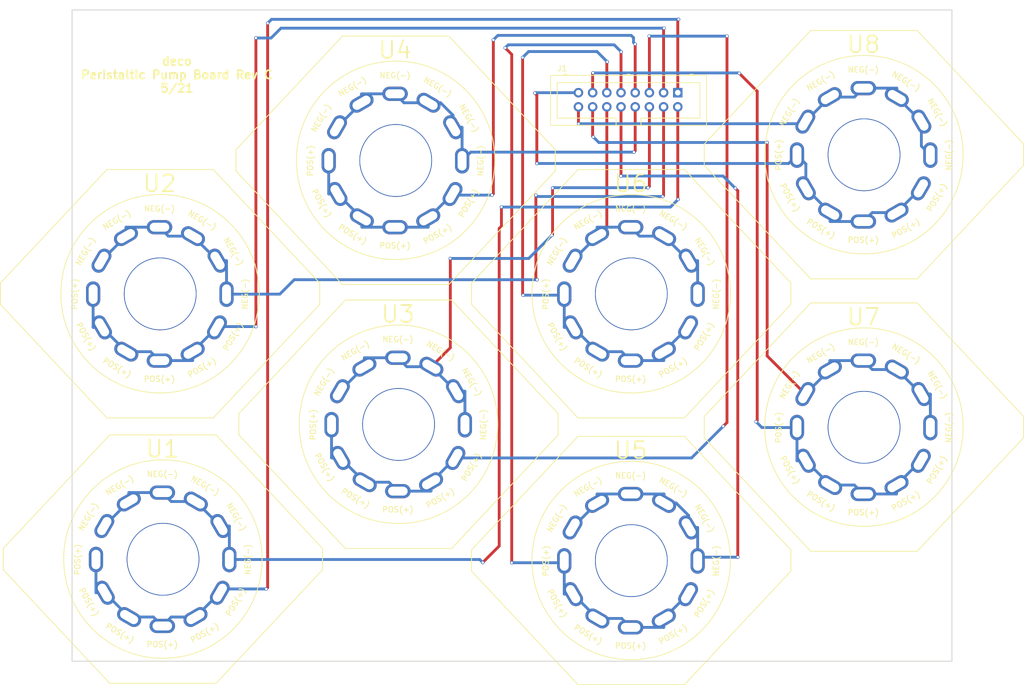
<source format=kicad_pcb>
(kicad_pcb (version 4) (host pcbnew 4.0.2-stable)

  (general
    (links 96)
    (no_connects 0)
    (area 35.101459 56.124 218.896001 179.531081)
    (thickness 1.6)
    (drawings 5)
    (tracks 353)
    (zones 0)
    (modules 9)
    (nets 17)
  )

  (page B portrait)
  (layers
    (0 F.Cu signal)
    (31 B.Cu signal)
    (32 B.Adhes user)
    (33 F.Adhes user)
    (34 B.Paste user)
    (35 F.Paste user)
    (36 B.SilkS user)
    (37 F.SilkS user)
    (38 B.Mask user)
    (39 F.Mask user)
    (40 Dwgs.User user)
    (41 Cmts.User user)
    (42 Eco1.User user)
    (43 Eco2.User user)
    (44 Edge.Cuts user)
    (45 Margin user)
    (46 B.CrtYd user)
    (47 F.CrtYd user)
    (48 B.Fab user)
    (49 F.Fab user)
  )

  (setup
    (last_trace_width 0.508)
    (trace_clearance 0.254)
    (zone_clearance 0.508)
    (zone_45_only no)
    (trace_min 0.254)
    (segment_width 0.2)
    (edge_width 0.15)
    (via_size 0.6)
    (via_drill 0.4)
    (via_min_size 0.4)
    (via_min_drill 0.3)
    (uvia_size 0.3)
    (uvia_drill 0.1)
    (uvias_allowed no)
    (uvia_min_size 0.2)
    (uvia_min_drill 0.1)
    (pcb_text_width 0.3)
    (pcb_text_size 1.5 1.5)
    (mod_edge_width 0.15)
    (mod_text_size 1 1)
    (mod_text_width 0.15)
    (pad_size 1.524 1.524)
    (pad_drill 0.762)
    (pad_to_mask_clearance 0.2)
    (aux_axis_origin 0 0)
    (visible_elements 7FFFFFFF)
    (pcbplotparams
      (layerselection 0x010fc_80000001)
      (usegerberextensions false)
      (excludeedgelayer true)
      (linewidth 0.100000)
      (plotframeref false)
      (viasonmask false)
      (mode 1)
      (useauxorigin false)
      (hpglpennumber 1)
      (hpglpenspeed 20)
      (hpglpendiameter 15)
      (hpglpenoverlay 2)
      (psnegative false)
      (psa4output false)
      (plotreference true)
      (plotvalue true)
      (plotinvisibletext false)
      (padsonsilk false)
      (subtractmaskfromsilk false)
      (outputformat 1)
      (mirror false)
      (drillshape 0)
      (scaleselection 1)
      (outputdirectory gerbers/))
  )

  (net 0 "")
  (net 1 "Net-(J1-Pad1)")
  (net 2 "Net-(J1-Pad2)")
  (net 3 "Net-(J1-Pad3)")
  (net 4 "Net-(J1-Pad4)")
  (net 5 "Net-(J1-Pad5)")
  (net 6 "Net-(J1-Pad6)")
  (net 7 "Net-(J1-Pad7)")
  (net 8 "Net-(J1-Pad8)")
  (net 9 "Net-(J1-Pad9)")
  (net 10 "Net-(J1-Pad10)")
  (net 11 "Net-(J1-Pad11)")
  (net 12 "Net-(J1-Pad12)")
  (net 13 "Net-(J1-Pad13)")
  (net 14 "Net-(J1-Pad14)")
  (net 15 "Net-(J1-Pad15)")
  (net 16 "Net-(J1-Pad16)")

  (net_class Default "This is the default net class."
    (clearance 0.254)
    (trace_width 0.508)
    (via_dia 0.6)
    (via_drill 0.4)
    (uvia_dia 0.3)
    (uvia_drill 0.1)
    (add_net "Net-(J1-Pad1)")
    (add_net "Net-(J1-Pad10)")
    (add_net "Net-(J1-Pad11)")
    (add_net "Net-(J1-Pad12)")
    (add_net "Net-(J1-Pad13)")
    (add_net "Net-(J1-Pad14)")
    (add_net "Net-(J1-Pad15)")
    (add_net "Net-(J1-Pad16)")
    (add_net "Net-(J1-Pad2)")
    (add_net "Net-(J1-Pad3)")
    (add_net "Net-(J1-Pad4)")
    (add_net "Net-(J1-Pad5)")
    (add_net "Net-(J1-Pad6)")
    (add_net "Net-(J1-Pad7)")
    (add_net "Net-(J1-Pad8)")
    (add_net "Net-(J1-Pad9)")
  )

  (net_class default1 ""
    (clearance 0.254)
    (trace_width 0.254)
    (via_dia 0.6)
    (via_drill 0.4)
    (uvia_dia 0.3)
    (uvia_drill 0.1)
  )

  (module pump_board:peristlatic_pump_2020_04_29 (layer F.Cu) (tedit 5DA4F5FB) (tstamp 5EA9FB03)
    (at 64.516 156.718)
    (path /59E7A0A6)
    (fp_text reference U1 (at -0.091 -19.718) (layer F.SilkS)
      (effects (font (size 3 3) (thickness 0.3)))
    )
    (fp_text value peristaltic_pump (at 0 -25.4) (layer F.Fab)
      (effects (font (size 3 3) (thickness 0.3)))
    )
    (fp_line (start -9.525 22.23008) (end 9.50976 22.23008) (layer F.SilkS) (width 0.15))
    (fp_line (start -28.57754 1.90246) (end -9.52754 22.22246) (layer F.SilkS) (width 0.15))
    (fp_line (start -28.57754 -0.00254) (end -28.57754 1.90246) (layer F.SilkS) (width 0.15))
    (fp_line (start 28.575 0) (end 28.575 1.905) (layer F.SilkS) (width 0.15))
    (fp_line (start 28.575 1.905) (end 9.525 22.225) (layer F.SilkS) (width 0.15))
    (fp_line (start 28.575 -1.905) (end 9.525 -22.225) (layer F.SilkS) (width 0.15))
    (fp_line (start 28.575 0) (end 28.575 -1.905) (layer F.SilkS) (width 0.15))
    (fp_line (start 0 -22.225) (end 9.525 -22.225) (layer F.SilkS) (width 0.15))
    (fp_line (start -28.575 0) (end -28.575 -1.905) (layer F.SilkS) (width 0.15))
    (fp_line (start -28.575 -1.905) (end -9.525 -22.225) (layer F.SilkS) (width 0.15))
    (fp_line (start -9.525 -22.225) (end 0 -22.225) (layer F.SilkS) (width 0.15))
    (fp_circle (center 0 0) (end 10.287 14.478) (layer F.SilkS) (width 0.15))
    (fp_text user "NEG(-)" (at 15.195098 0.077619 90) (layer F.SilkS)
      (effects (font (size 1 1) (thickness 0.15)))
    )
    (fp_text user "POS(+)" (at -15.284902 0.077618 90) (layer F.SilkS)
      (effects (font (size 1 1) (thickness 0.15)))
    )
    (fp_text user "POS(+)" (at -13.25578 7.671024 120) (layer F.SilkS)
      (effects (font (size 1 1) (thickness 0.15)))
    )
    (fp_text user "NEG(-)" (at 13.140674 -7.568975 120) (layer F.SilkS)
      (effects (font (size 1 1) (thickness 0.15)))
    )
    (fp_text user "POS(+)" (at -0.108188 15.271179 180) (layer F.SilkS)
      (effects (font (size 1 1) (thickness 0.15)))
    )
    (fp_text user "NEG(-)" (at -0.108187 -15.208822 180) (layer F.SilkS)
      (effects (font (size 1 1) (thickness 0.15)))
    )
    (fp_text user "POS(+)" (at -7.698831 13.231747 150) (layer F.SilkS)
      (effects (font (size 1 1) (thickness 0.15)))
    )
    (fp_text user "NEG(-)" (at 7.54117 -13.164707 150) (layer F.SilkS)
      (effects (font (size 1 1) (thickness 0.15)))
    )
    (fp_text user "POS(+)" (at 13.046739 7.677774 240) (layer F.SilkS)
      (effects (font (size 1 1) (thickness 0.15)))
    )
    (fp_text user "NEG(-)" (at -13.349716 -7.562227 240) (layer F.SilkS)
      (effects (font (size 1 1) (thickness 0.15)))
    )
    (fp_text user "POS(+)" (at 7.485217 13.231747 210) (layer F.SilkS)
      (effects (font (size 1 1) (thickness 0.15)))
    )
    (fp_text user "NEG(-)" (at -7.754782 -13.164708 210) (layer F.SilkS)
      (effects (font (size 1 1) (thickness 0.15)))
    )
    (pad 1 thru_hole oval (at -11.982902 0.077619 180) (size 2.54 4.572) (drill oval 1.6 3.5) (layers *.Cu *.Mask)
      (net 1 "Net-(J1-Pad1)"))
    (pad 2 thru_hole oval (at 11.893098 0.077618 180) (size 2.54 4.572) (drill oval 1.6 3.5) (layers *.Cu *.Mask)
      (net 2 "Net-(J1-Pad2)"))
    (pad "" np_thru_hole circle (at 0.018039 0.029322 75) (size 13 13) (drill 12.7) (layers *.Cu *.Mask))
    (pad 1 thru_hole oval (at -10.396164 6.020024 210) (size 2.54 4.572) (drill oval 1.6 3.5) (layers *.Cu *.Mask)
      (net 1 "Net-(J1-Pad1)"))
    (pad 2 thru_hole oval (at 10.281058 -5.917976 210) (size 2.54 4.572) (drill oval 1.6 3.5) (layers *.Cu *.Mask)
      (net 2 "Net-(J1-Pad2)"))
    (pad 1 thru_hole oval (at -0.108187 11.969178 270) (size 2.54 4.572) (drill oval 1.6 3.5) (layers *.Cu *.Mask)
      (net 1 "Net-(J1-Pad1)"))
    (pad 2 thru_hole oval (at -0.108188 -11.906821 270) (size 2.54 4.572) (drill oval 1.6 3.5) (layers *.Cu *.Mask)
      (net 2 "Net-(J1-Pad2)"))
    (pad 1 thru_hole oval (at -6.04783 10.372131 240) (size 2.54 4.572) (drill oval 1.6 3.5) (layers *.Cu *.Mask)
      (net 1 "Net-(J1-Pad1)"))
    (pad 2 thru_hole oval (at 5.890169 -10.305091 240) (size 2.54 4.572) (drill oval 1.6 3.5) (layers *.Cu *.Mask)
      (net 2 "Net-(J1-Pad2)"))
    (pad 1 thru_hole oval (at 10.187122 6.026773 330) (size 2.54 4.572) (drill oval 1.6 3.5) (layers *.Cu *.Mask)
      (net 1 "Net-(J1-Pad1)"))
    (pad 2 thru_hole oval (at -10.4901 -5.911226 330) (size 2.54 4.572) (drill oval 1.6 3.5) (layers *.Cu *.Mask)
      (net 2 "Net-(J1-Pad2)"))
    (pad 1 thru_hole oval (at 5.834218 10.372131 300) (size 2.54 4.572) (drill oval 1.6 3.5) (layers *.Cu *.Mask)
      (net 1 "Net-(J1-Pad1)"))
    (pad 2 thru_hole oval (at -6.103783 -10.305091 300) (size 2.54 4.572) (drill oval 1.6 3.5) (layers *.Cu *.Mask)
      (net 2 "Net-(J1-Pad2)"))
  )

  (module pump_board:peristlatic_pump_2020_04_29 (layer F.Cu) (tedit 5DA4F5FB) (tstamp 5EA9FB2B)
    (at 64.008 109.22)
    (path /59E7A07B)
    (fp_text reference U2 (at -0.091 -19.718) (layer F.SilkS)
      (effects (font (size 3 3) (thickness 0.3)))
    )
    (fp_text value peristaltic_pump (at 0 -25.4) (layer F.Fab)
      (effects (font (size 3 3) (thickness 0.3)))
    )
    (fp_line (start -9.525 22.23008) (end 9.50976 22.23008) (layer F.SilkS) (width 0.15))
    (fp_line (start -28.57754 1.90246) (end -9.52754 22.22246) (layer F.SilkS) (width 0.15))
    (fp_line (start -28.57754 -0.00254) (end -28.57754 1.90246) (layer F.SilkS) (width 0.15))
    (fp_line (start 28.575 0) (end 28.575 1.905) (layer F.SilkS) (width 0.15))
    (fp_line (start 28.575 1.905) (end 9.525 22.225) (layer F.SilkS) (width 0.15))
    (fp_line (start 28.575 -1.905) (end 9.525 -22.225) (layer F.SilkS) (width 0.15))
    (fp_line (start 28.575 0) (end 28.575 -1.905) (layer F.SilkS) (width 0.15))
    (fp_line (start 0 -22.225) (end 9.525 -22.225) (layer F.SilkS) (width 0.15))
    (fp_line (start -28.575 0) (end -28.575 -1.905) (layer F.SilkS) (width 0.15))
    (fp_line (start -28.575 -1.905) (end -9.525 -22.225) (layer F.SilkS) (width 0.15))
    (fp_line (start -9.525 -22.225) (end 0 -22.225) (layer F.SilkS) (width 0.15))
    (fp_circle (center 0 0) (end 10.287 14.478) (layer F.SilkS) (width 0.15))
    (fp_text user "NEG(-)" (at 15.195098 0.077619 90) (layer F.SilkS)
      (effects (font (size 1 1) (thickness 0.15)))
    )
    (fp_text user "POS(+)" (at -15.284902 0.077618 90) (layer F.SilkS)
      (effects (font (size 1 1) (thickness 0.15)))
    )
    (fp_text user "POS(+)" (at -13.25578 7.671024 120) (layer F.SilkS)
      (effects (font (size 1 1) (thickness 0.15)))
    )
    (fp_text user "NEG(-)" (at 13.140674 -7.568975 120) (layer F.SilkS)
      (effects (font (size 1 1) (thickness 0.15)))
    )
    (fp_text user "POS(+)" (at -0.108188 15.271179 180) (layer F.SilkS)
      (effects (font (size 1 1) (thickness 0.15)))
    )
    (fp_text user "NEG(-)" (at -0.108187 -15.208822 180) (layer F.SilkS)
      (effects (font (size 1 1) (thickness 0.15)))
    )
    (fp_text user "POS(+)" (at -7.698831 13.231747 150) (layer F.SilkS)
      (effects (font (size 1 1) (thickness 0.15)))
    )
    (fp_text user "NEG(-)" (at 7.54117 -13.164707 150) (layer F.SilkS)
      (effects (font (size 1 1) (thickness 0.15)))
    )
    (fp_text user "POS(+)" (at 13.046739 7.677774 240) (layer F.SilkS)
      (effects (font (size 1 1) (thickness 0.15)))
    )
    (fp_text user "NEG(-)" (at -13.349716 -7.562227 240) (layer F.SilkS)
      (effects (font (size 1 1) (thickness 0.15)))
    )
    (fp_text user "POS(+)" (at 7.485217 13.231747 210) (layer F.SilkS)
      (effects (font (size 1 1) (thickness 0.15)))
    )
    (fp_text user "NEG(-)" (at -7.754782 -13.164708 210) (layer F.SilkS)
      (effects (font (size 1 1) (thickness 0.15)))
    )
    (pad 1 thru_hole oval (at -11.982902 0.077619 180) (size 2.54 4.572) (drill oval 1.6 3.5) (layers *.Cu *.Mask)
      (net 3 "Net-(J1-Pad3)"))
    (pad 2 thru_hole oval (at 11.893098 0.077618 180) (size 2.54 4.572) (drill oval 1.6 3.5) (layers *.Cu *.Mask)
      (net 4 "Net-(J1-Pad4)"))
    (pad "" np_thru_hole circle (at 0.018039 0.029322 75) (size 13 13) (drill 12.7) (layers *.Cu *.Mask))
    (pad 1 thru_hole oval (at -10.396164 6.020024 210) (size 2.54 4.572) (drill oval 1.6 3.5) (layers *.Cu *.Mask)
      (net 3 "Net-(J1-Pad3)"))
    (pad 2 thru_hole oval (at 10.281058 -5.917976 210) (size 2.54 4.572) (drill oval 1.6 3.5) (layers *.Cu *.Mask)
      (net 4 "Net-(J1-Pad4)"))
    (pad 1 thru_hole oval (at -0.108187 11.969178 270) (size 2.54 4.572) (drill oval 1.6 3.5) (layers *.Cu *.Mask)
      (net 3 "Net-(J1-Pad3)"))
    (pad 2 thru_hole oval (at -0.108188 -11.906821 270) (size 2.54 4.572) (drill oval 1.6 3.5) (layers *.Cu *.Mask)
      (net 4 "Net-(J1-Pad4)"))
    (pad 1 thru_hole oval (at -6.04783 10.372131 240) (size 2.54 4.572) (drill oval 1.6 3.5) (layers *.Cu *.Mask)
      (net 3 "Net-(J1-Pad3)"))
    (pad 2 thru_hole oval (at 5.890169 -10.305091 240) (size 2.54 4.572) (drill oval 1.6 3.5) (layers *.Cu *.Mask)
      (net 4 "Net-(J1-Pad4)"))
    (pad 1 thru_hole oval (at 10.187122 6.026773 330) (size 2.54 4.572) (drill oval 1.6 3.5) (layers *.Cu *.Mask)
      (net 3 "Net-(J1-Pad3)"))
    (pad 2 thru_hole oval (at -10.4901 -5.911226 330) (size 2.54 4.572) (drill oval 1.6 3.5) (layers *.Cu *.Mask)
      (net 4 "Net-(J1-Pad4)"))
    (pad 1 thru_hole oval (at 5.834218 10.372131 300) (size 2.54 4.572) (drill oval 1.6 3.5) (layers *.Cu *.Mask)
      (net 3 "Net-(J1-Pad3)"))
    (pad 2 thru_hole oval (at -6.103783 -10.305091 300) (size 2.54 4.572) (drill oval 1.6 3.5) (layers *.Cu *.Mask)
      (net 4 "Net-(J1-Pad4)"))
  )

  (module pump_board:peristlatic_pump_2020_04_29 (layer F.Cu) (tedit 5DA4F5FB) (tstamp 5EA9FB53)
    (at 106.68 132.588)
    (path /59E7A041)
    (fp_text reference U3 (at -0.091 -19.718) (layer F.SilkS)
      (effects (font (size 3 3) (thickness 0.3)))
    )
    (fp_text value peristaltic_pump (at 0 -25.4) (layer F.Fab)
      (effects (font (size 3 3) (thickness 0.3)))
    )
    (fp_line (start -9.525 22.23008) (end 9.50976 22.23008) (layer F.SilkS) (width 0.15))
    (fp_line (start -28.57754 1.90246) (end -9.52754 22.22246) (layer F.SilkS) (width 0.15))
    (fp_line (start -28.57754 -0.00254) (end -28.57754 1.90246) (layer F.SilkS) (width 0.15))
    (fp_line (start 28.575 0) (end 28.575 1.905) (layer F.SilkS) (width 0.15))
    (fp_line (start 28.575 1.905) (end 9.525 22.225) (layer F.SilkS) (width 0.15))
    (fp_line (start 28.575 -1.905) (end 9.525 -22.225) (layer F.SilkS) (width 0.15))
    (fp_line (start 28.575 0) (end 28.575 -1.905) (layer F.SilkS) (width 0.15))
    (fp_line (start 0 -22.225) (end 9.525 -22.225) (layer F.SilkS) (width 0.15))
    (fp_line (start -28.575 0) (end -28.575 -1.905) (layer F.SilkS) (width 0.15))
    (fp_line (start -28.575 -1.905) (end -9.525 -22.225) (layer F.SilkS) (width 0.15))
    (fp_line (start -9.525 -22.225) (end 0 -22.225) (layer F.SilkS) (width 0.15))
    (fp_circle (center 0 0) (end 10.287 14.478) (layer F.SilkS) (width 0.15))
    (fp_text user "NEG(-)" (at 15.195098 0.077619 90) (layer F.SilkS)
      (effects (font (size 1 1) (thickness 0.15)))
    )
    (fp_text user "POS(+)" (at -15.284902 0.077618 90) (layer F.SilkS)
      (effects (font (size 1 1) (thickness 0.15)))
    )
    (fp_text user "POS(+)" (at -13.25578 7.671024 120) (layer F.SilkS)
      (effects (font (size 1 1) (thickness 0.15)))
    )
    (fp_text user "NEG(-)" (at 13.140674 -7.568975 120) (layer F.SilkS)
      (effects (font (size 1 1) (thickness 0.15)))
    )
    (fp_text user "POS(+)" (at -0.108188 15.271179 180) (layer F.SilkS)
      (effects (font (size 1 1) (thickness 0.15)))
    )
    (fp_text user "NEG(-)" (at -0.108187 -15.208822 180) (layer F.SilkS)
      (effects (font (size 1 1) (thickness 0.15)))
    )
    (fp_text user "POS(+)" (at -7.698831 13.231747 150) (layer F.SilkS)
      (effects (font (size 1 1) (thickness 0.15)))
    )
    (fp_text user "NEG(-)" (at 7.54117 -13.164707 150) (layer F.SilkS)
      (effects (font (size 1 1) (thickness 0.15)))
    )
    (fp_text user "POS(+)" (at 13.046739 7.677774 240) (layer F.SilkS)
      (effects (font (size 1 1) (thickness 0.15)))
    )
    (fp_text user "NEG(-)" (at -13.349716 -7.562227 240) (layer F.SilkS)
      (effects (font (size 1 1) (thickness 0.15)))
    )
    (fp_text user "POS(+)" (at 7.485217 13.231747 210) (layer F.SilkS)
      (effects (font (size 1 1) (thickness 0.15)))
    )
    (fp_text user "NEG(-)" (at -7.754782 -13.164708 210) (layer F.SilkS)
      (effects (font (size 1 1) (thickness 0.15)))
    )
    (pad 1 thru_hole oval (at -11.982902 0.077619 180) (size 2.54 4.572) (drill oval 1.6 3.5) (layers *.Cu *.Mask)
      (net 5 "Net-(J1-Pad5)"))
    (pad 2 thru_hole oval (at 11.893098 0.077618 180) (size 2.54 4.572) (drill oval 1.6 3.5) (layers *.Cu *.Mask)
      (net 6 "Net-(J1-Pad6)"))
    (pad "" np_thru_hole circle (at 0.018039 0.029322 75) (size 13 13) (drill 12.7) (layers *.Cu *.Mask))
    (pad 1 thru_hole oval (at -10.396164 6.020024 210) (size 2.54 4.572) (drill oval 1.6 3.5) (layers *.Cu *.Mask)
      (net 5 "Net-(J1-Pad5)"))
    (pad 2 thru_hole oval (at 10.281058 -5.917976 210) (size 2.54 4.572) (drill oval 1.6 3.5) (layers *.Cu *.Mask)
      (net 6 "Net-(J1-Pad6)"))
    (pad 1 thru_hole oval (at -0.108187 11.969178 270) (size 2.54 4.572) (drill oval 1.6 3.5) (layers *.Cu *.Mask)
      (net 5 "Net-(J1-Pad5)"))
    (pad 2 thru_hole oval (at -0.108188 -11.906821 270) (size 2.54 4.572) (drill oval 1.6 3.5) (layers *.Cu *.Mask)
      (net 6 "Net-(J1-Pad6)"))
    (pad 1 thru_hole oval (at -6.04783 10.372131 240) (size 2.54 4.572) (drill oval 1.6 3.5) (layers *.Cu *.Mask)
      (net 5 "Net-(J1-Pad5)"))
    (pad 2 thru_hole oval (at 5.890169 -10.305091 240) (size 2.54 4.572) (drill oval 1.6 3.5) (layers *.Cu *.Mask)
      (net 6 "Net-(J1-Pad6)"))
    (pad 1 thru_hole oval (at 10.187122 6.026773 330) (size 2.54 4.572) (drill oval 1.6 3.5) (layers *.Cu *.Mask)
      (net 5 "Net-(J1-Pad5)"))
    (pad 2 thru_hole oval (at -10.4901 -5.911226 330) (size 2.54 4.572) (drill oval 1.6 3.5) (layers *.Cu *.Mask)
      (net 6 "Net-(J1-Pad6)"))
    (pad 1 thru_hole oval (at 5.834218 10.372131 300) (size 2.54 4.572) (drill oval 1.6 3.5) (layers *.Cu *.Mask)
      (net 5 "Net-(J1-Pad5)"))
    (pad 2 thru_hole oval (at -6.103783 -10.305091 300) (size 2.54 4.572) (drill oval 1.6 3.5) (layers *.Cu *.Mask)
      (net 6 "Net-(J1-Pad6)"))
  )

  (module pump_board:peristlatic_pump_2020_04_29 (layer F.Cu) (tedit 5DA4F5FB) (tstamp 5EA9FB7B)
    (at 106.172 85.344)
    (path /59E7A017)
    (fp_text reference U4 (at -0.091 -19.718) (layer F.SilkS)
      (effects (font (size 3 3) (thickness 0.3)))
    )
    (fp_text value peristaltic_pump (at 0 -25.4) (layer F.Fab)
      (effects (font (size 3 3) (thickness 0.3)))
    )
    (fp_line (start -9.525 22.23008) (end 9.50976 22.23008) (layer F.SilkS) (width 0.15))
    (fp_line (start -28.57754 1.90246) (end -9.52754 22.22246) (layer F.SilkS) (width 0.15))
    (fp_line (start -28.57754 -0.00254) (end -28.57754 1.90246) (layer F.SilkS) (width 0.15))
    (fp_line (start 28.575 0) (end 28.575 1.905) (layer F.SilkS) (width 0.15))
    (fp_line (start 28.575 1.905) (end 9.525 22.225) (layer F.SilkS) (width 0.15))
    (fp_line (start 28.575 -1.905) (end 9.525 -22.225) (layer F.SilkS) (width 0.15))
    (fp_line (start 28.575 0) (end 28.575 -1.905) (layer F.SilkS) (width 0.15))
    (fp_line (start 0 -22.225) (end 9.525 -22.225) (layer F.SilkS) (width 0.15))
    (fp_line (start -28.575 0) (end -28.575 -1.905) (layer F.SilkS) (width 0.15))
    (fp_line (start -28.575 -1.905) (end -9.525 -22.225) (layer F.SilkS) (width 0.15))
    (fp_line (start -9.525 -22.225) (end 0 -22.225) (layer F.SilkS) (width 0.15))
    (fp_circle (center 0 0) (end 10.287 14.478) (layer F.SilkS) (width 0.15))
    (fp_text user "NEG(-)" (at 15.195098 0.077619 90) (layer F.SilkS)
      (effects (font (size 1 1) (thickness 0.15)))
    )
    (fp_text user "POS(+)" (at -15.284902 0.077618 90) (layer F.SilkS)
      (effects (font (size 1 1) (thickness 0.15)))
    )
    (fp_text user "POS(+)" (at -13.25578 7.671024 120) (layer F.SilkS)
      (effects (font (size 1 1) (thickness 0.15)))
    )
    (fp_text user "NEG(-)" (at 13.140674 -7.568975 120) (layer F.SilkS)
      (effects (font (size 1 1) (thickness 0.15)))
    )
    (fp_text user "POS(+)" (at -0.108188 15.271179 180) (layer F.SilkS)
      (effects (font (size 1 1) (thickness 0.15)))
    )
    (fp_text user "NEG(-)" (at -0.108187 -15.208822 180) (layer F.SilkS)
      (effects (font (size 1 1) (thickness 0.15)))
    )
    (fp_text user "POS(+)" (at -7.698831 13.231747 150) (layer F.SilkS)
      (effects (font (size 1 1) (thickness 0.15)))
    )
    (fp_text user "NEG(-)" (at 7.54117 -13.164707 150) (layer F.SilkS)
      (effects (font (size 1 1) (thickness 0.15)))
    )
    (fp_text user "POS(+)" (at 13.046739 7.677774 240) (layer F.SilkS)
      (effects (font (size 1 1) (thickness 0.15)))
    )
    (fp_text user "NEG(-)" (at -13.349716 -7.562227 240) (layer F.SilkS)
      (effects (font (size 1 1) (thickness 0.15)))
    )
    (fp_text user "POS(+)" (at 7.485217 13.231747 210) (layer F.SilkS)
      (effects (font (size 1 1) (thickness 0.15)))
    )
    (fp_text user "NEG(-)" (at -7.754782 -13.164708 210) (layer F.SilkS)
      (effects (font (size 1 1) (thickness 0.15)))
    )
    (pad 1 thru_hole oval (at -11.982902 0.077619 180) (size 2.54 4.572) (drill oval 1.6 3.5) (layers *.Cu *.Mask)
      (net 7 "Net-(J1-Pad7)"))
    (pad 2 thru_hole oval (at 11.893098 0.077618 180) (size 2.54 4.572) (drill oval 1.6 3.5) (layers *.Cu *.Mask)
      (net 8 "Net-(J1-Pad8)"))
    (pad "" np_thru_hole circle (at 0.018039 0.029322 75) (size 13 13) (drill 12.7) (layers *.Cu *.Mask))
    (pad 1 thru_hole oval (at -10.396164 6.020024 210) (size 2.54 4.572) (drill oval 1.6 3.5) (layers *.Cu *.Mask)
      (net 7 "Net-(J1-Pad7)"))
    (pad 2 thru_hole oval (at 10.281058 -5.917976 210) (size 2.54 4.572) (drill oval 1.6 3.5) (layers *.Cu *.Mask)
      (net 8 "Net-(J1-Pad8)"))
    (pad 1 thru_hole oval (at -0.108187 11.969178 270) (size 2.54 4.572) (drill oval 1.6 3.5) (layers *.Cu *.Mask)
      (net 7 "Net-(J1-Pad7)"))
    (pad 2 thru_hole oval (at -0.108188 -11.906821 270) (size 2.54 4.572) (drill oval 1.6 3.5) (layers *.Cu *.Mask)
      (net 8 "Net-(J1-Pad8)"))
    (pad 1 thru_hole oval (at -6.04783 10.372131 240) (size 2.54 4.572) (drill oval 1.6 3.5) (layers *.Cu *.Mask)
      (net 7 "Net-(J1-Pad7)"))
    (pad 2 thru_hole oval (at 5.890169 -10.305091 240) (size 2.54 4.572) (drill oval 1.6 3.5) (layers *.Cu *.Mask)
      (net 8 "Net-(J1-Pad8)"))
    (pad 1 thru_hole oval (at 10.187122 6.026773 330) (size 2.54 4.572) (drill oval 1.6 3.5) (layers *.Cu *.Mask)
      (net 7 "Net-(J1-Pad7)"))
    (pad 2 thru_hole oval (at -10.4901 -5.911226 330) (size 2.54 4.572) (drill oval 1.6 3.5) (layers *.Cu *.Mask)
      (net 8 "Net-(J1-Pad8)"))
    (pad 1 thru_hole oval (at 5.834218 10.372131 300) (size 2.54 4.572) (drill oval 1.6 3.5) (layers *.Cu *.Mask)
      (net 7 "Net-(J1-Pad7)"))
    (pad 2 thru_hole oval (at -6.103783 -10.305091 300) (size 2.54 4.572) (drill oval 1.6 3.5) (layers *.Cu *.Mask)
      (net 8 "Net-(J1-Pad8)"))
  )

  (module pump_board:peristlatic_pump_2020_04_29 (layer F.Cu) (tedit 5DA4F5FB) (tstamp 5EA9FBA3)
    (at 148.336 156.972)
    (path /59E79235)
    (fp_text reference U5 (at -0.091 -19.718) (layer F.SilkS)
      (effects (font (size 3 3) (thickness 0.3)))
    )
    (fp_text value peristaltic_pump (at 0 -25.4) (layer F.Fab)
      (effects (font (size 3 3) (thickness 0.3)))
    )
    (fp_line (start -9.525 22.23008) (end 9.50976 22.23008) (layer F.SilkS) (width 0.15))
    (fp_line (start -28.57754 1.90246) (end -9.52754 22.22246) (layer F.SilkS) (width 0.15))
    (fp_line (start -28.57754 -0.00254) (end -28.57754 1.90246) (layer F.SilkS) (width 0.15))
    (fp_line (start 28.575 0) (end 28.575 1.905) (layer F.SilkS) (width 0.15))
    (fp_line (start 28.575 1.905) (end 9.525 22.225) (layer F.SilkS) (width 0.15))
    (fp_line (start 28.575 -1.905) (end 9.525 -22.225) (layer F.SilkS) (width 0.15))
    (fp_line (start 28.575 0) (end 28.575 -1.905) (layer F.SilkS) (width 0.15))
    (fp_line (start 0 -22.225) (end 9.525 -22.225) (layer F.SilkS) (width 0.15))
    (fp_line (start -28.575 0) (end -28.575 -1.905) (layer F.SilkS) (width 0.15))
    (fp_line (start -28.575 -1.905) (end -9.525 -22.225) (layer F.SilkS) (width 0.15))
    (fp_line (start -9.525 -22.225) (end 0 -22.225) (layer F.SilkS) (width 0.15))
    (fp_circle (center 0 0) (end 10.287 14.478) (layer F.SilkS) (width 0.15))
    (fp_text user "NEG(-)" (at 15.195098 0.077619 90) (layer F.SilkS)
      (effects (font (size 1 1) (thickness 0.15)))
    )
    (fp_text user "POS(+)" (at -15.284902 0.077618 90) (layer F.SilkS)
      (effects (font (size 1 1) (thickness 0.15)))
    )
    (fp_text user "POS(+)" (at -13.25578 7.671024 120) (layer F.SilkS)
      (effects (font (size 1 1) (thickness 0.15)))
    )
    (fp_text user "NEG(-)" (at 13.140674 -7.568975 120) (layer F.SilkS)
      (effects (font (size 1 1) (thickness 0.15)))
    )
    (fp_text user "POS(+)" (at -0.108188 15.271179 180) (layer F.SilkS)
      (effects (font (size 1 1) (thickness 0.15)))
    )
    (fp_text user "NEG(-)" (at -0.108187 -15.208822 180) (layer F.SilkS)
      (effects (font (size 1 1) (thickness 0.15)))
    )
    (fp_text user "POS(+)" (at -7.698831 13.231747 150) (layer F.SilkS)
      (effects (font (size 1 1) (thickness 0.15)))
    )
    (fp_text user "NEG(-)" (at 7.54117 -13.164707 150) (layer F.SilkS)
      (effects (font (size 1 1) (thickness 0.15)))
    )
    (fp_text user "POS(+)" (at 13.046739 7.677774 240) (layer F.SilkS)
      (effects (font (size 1 1) (thickness 0.15)))
    )
    (fp_text user "NEG(-)" (at -13.349716 -7.562227 240) (layer F.SilkS)
      (effects (font (size 1 1) (thickness 0.15)))
    )
    (fp_text user "POS(+)" (at 7.485217 13.231747 210) (layer F.SilkS)
      (effects (font (size 1 1) (thickness 0.15)))
    )
    (fp_text user "NEG(-)" (at -7.754782 -13.164708 210) (layer F.SilkS)
      (effects (font (size 1 1) (thickness 0.15)))
    )
    (pad 1 thru_hole oval (at -11.982902 0.077619 180) (size 2.54 4.572) (drill oval 1.6 3.5) (layers *.Cu *.Mask)
      (net 9 "Net-(J1-Pad9)"))
    (pad 2 thru_hole oval (at 11.893098 0.077618 180) (size 2.54 4.572) (drill oval 1.6 3.5) (layers *.Cu *.Mask)
      (net 10 "Net-(J1-Pad10)"))
    (pad "" np_thru_hole circle (at 0.018039 0.029322 75) (size 13 13) (drill 12.7) (layers *.Cu *.Mask))
    (pad 1 thru_hole oval (at -10.396164 6.020024 210) (size 2.54 4.572) (drill oval 1.6 3.5) (layers *.Cu *.Mask)
      (net 9 "Net-(J1-Pad9)"))
    (pad 2 thru_hole oval (at 10.281058 -5.917976 210) (size 2.54 4.572) (drill oval 1.6 3.5) (layers *.Cu *.Mask)
      (net 10 "Net-(J1-Pad10)"))
    (pad 1 thru_hole oval (at -0.108187 11.969178 270) (size 2.54 4.572) (drill oval 1.6 3.5) (layers *.Cu *.Mask)
      (net 9 "Net-(J1-Pad9)"))
    (pad 2 thru_hole oval (at -0.108188 -11.906821 270) (size 2.54 4.572) (drill oval 1.6 3.5) (layers *.Cu *.Mask)
      (net 10 "Net-(J1-Pad10)"))
    (pad 1 thru_hole oval (at -6.04783 10.372131 240) (size 2.54 4.572) (drill oval 1.6 3.5) (layers *.Cu *.Mask)
      (net 9 "Net-(J1-Pad9)"))
    (pad 2 thru_hole oval (at 5.890169 -10.305091 240) (size 2.54 4.572) (drill oval 1.6 3.5) (layers *.Cu *.Mask)
      (net 10 "Net-(J1-Pad10)"))
    (pad 1 thru_hole oval (at 10.187122 6.026773 330) (size 2.54 4.572) (drill oval 1.6 3.5) (layers *.Cu *.Mask)
      (net 9 "Net-(J1-Pad9)"))
    (pad 2 thru_hole oval (at -10.4901 -5.911226 330) (size 2.54 4.572) (drill oval 1.6 3.5) (layers *.Cu *.Mask)
      (net 10 "Net-(J1-Pad10)"))
    (pad 1 thru_hole oval (at 5.834218 10.372131 300) (size 2.54 4.572) (drill oval 1.6 3.5) (layers *.Cu *.Mask)
      (net 9 "Net-(J1-Pad9)"))
    (pad 2 thru_hole oval (at -6.103783 -10.305091 300) (size 2.54 4.572) (drill oval 1.6 3.5) (layers *.Cu *.Mask)
      (net 10 "Net-(J1-Pad10)"))
  )

  (module pump_board:peristlatic_pump_2020_04_29 (layer F.Cu) (tedit 5DA4F5FB) (tstamp 5EA9FBCB)
    (at 148.336 109.22)
    (path /59E79208)
    (fp_text reference U6 (at -0.091 -19.718) (layer F.SilkS)
      (effects (font (size 3 3) (thickness 0.3)))
    )
    (fp_text value peristaltic_pump (at 0 -25.4) (layer F.Fab)
      (effects (font (size 3 3) (thickness 0.3)))
    )
    (fp_line (start -9.525 22.23008) (end 9.50976 22.23008) (layer F.SilkS) (width 0.15))
    (fp_line (start -28.57754 1.90246) (end -9.52754 22.22246) (layer F.SilkS) (width 0.15))
    (fp_line (start -28.57754 -0.00254) (end -28.57754 1.90246) (layer F.SilkS) (width 0.15))
    (fp_line (start 28.575 0) (end 28.575 1.905) (layer F.SilkS) (width 0.15))
    (fp_line (start 28.575 1.905) (end 9.525 22.225) (layer F.SilkS) (width 0.15))
    (fp_line (start 28.575 -1.905) (end 9.525 -22.225) (layer F.SilkS) (width 0.15))
    (fp_line (start 28.575 0) (end 28.575 -1.905) (layer F.SilkS) (width 0.15))
    (fp_line (start 0 -22.225) (end 9.525 -22.225) (layer F.SilkS) (width 0.15))
    (fp_line (start -28.575 0) (end -28.575 -1.905) (layer F.SilkS) (width 0.15))
    (fp_line (start -28.575 -1.905) (end -9.525 -22.225) (layer F.SilkS) (width 0.15))
    (fp_line (start -9.525 -22.225) (end 0 -22.225) (layer F.SilkS) (width 0.15))
    (fp_circle (center 0 0) (end 10.287 14.478) (layer F.SilkS) (width 0.15))
    (fp_text user "NEG(-)" (at 15.195098 0.077619 90) (layer F.SilkS)
      (effects (font (size 1 1) (thickness 0.15)))
    )
    (fp_text user "POS(+)" (at -15.284902 0.077618 90) (layer F.SilkS)
      (effects (font (size 1 1) (thickness 0.15)))
    )
    (fp_text user "POS(+)" (at -13.25578 7.671024 120) (layer F.SilkS)
      (effects (font (size 1 1) (thickness 0.15)))
    )
    (fp_text user "NEG(-)" (at 13.140674 -7.568975 120) (layer F.SilkS)
      (effects (font (size 1 1) (thickness 0.15)))
    )
    (fp_text user "POS(+)" (at -0.108188 15.271179 180) (layer F.SilkS)
      (effects (font (size 1 1) (thickness 0.15)))
    )
    (fp_text user "NEG(-)" (at -0.108187 -15.208822 180) (layer F.SilkS)
      (effects (font (size 1 1) (thickness 0.15)))
    )
    (fp_text user "POS(+)" (at -7.698831 13.231747 150) (layer F.SilkS)
      (effects (font (size 1 1) (thickness 0.15)))
    )
    (fp_text user "NEG(-)" (at 7.54117 -13.164707 150) (layer F.SilkS)
      (effects (font (size 1 1) (thickness 0.15)))
    )
    (fp_text user "POS(+)" (at 13.046739 7.677774 240) (layer F.SilkS)
      (effects (font (size 1 1) (thickness 0.15)))
    )
    (fp_text user "NEG(-)" (at -13.349716 -7.562227 240) (layer F.SilkS)
      (effects (font (size 1 1) (thickness 0.15)))
    )
    (fp_text user "POS(+)" (at 7.485217 13.231747 210) (layer F.SilkS)
      (effects (font (size 1 1) (thickness 0.15)))
    )
    (fp_text user "NEG(-)" (at -7.754782 -13.164708 210) (layer F.SilkS)
      (effects (font (size 1 1) (thickness 0.15)))
    )
    (pad 1 thru_hole oval (at -11.982902 0.077619 180) (size 2.54 4.572) (drill oval 1.6 3.5) (layers *.Cu *.Mask)
      (net 11 "Net-(J1-Pad11)"))
    (pad 2 thru_hole oval (at 11.893098 0.077618 180) (size 2.54 4.572) (drill oval 1.6 3.5) (layers *.Cu *.Mask)
      (net 12 "Net-(J1-Pad12)"))
    (pad "" np_thru_hole circle (at 0.018039 0.029322 75) (size 13 13) (drill 12.7) (layers *.Cu *.Mask))
    (pad 1 thru_hole oval (at -10.396164 6.020024 210) (size 2.54 4.572) (drill oval 1.6 3.5) (layers *.Cu *.Mask)
      (net 11 "Net-(J1-Pad11)"))
    (pad 2 thru_hole oval (at 10.281058 -5.917976 210) (size 2.54 4.572) (drill oval 1.6 3.5) (layers *.Cu *.Mask)
      (net 12 "Net-(J1-Pad12)"))
    (pad 1 thru_hole oval (at -0.108187 11.969178 270) (size 2.54 4.572) (drill oval 1.6 3.5) (layers *.Cu *.Mask)
      (net 11 "Net-(J1-Pad11)"))
    (pad 2 thru_hole oval (at -0.108188 -11.906821 270) (size 2.54 4.572) (drill oval 1.6 3.5) (layers *.Cu *.Mask)
      (net 12 "Net-(J1-Pad12)"))
    (pad 1 thru_hole oval (at -6.04783 10.372131 240) (size 2.54 4.572) (drill oval 1.6 3.5) (layers *.Cu *.Mask)
      (net 11 "Net-(J1-Pad11)"))
    (pad 2 thru_hole oval (at 5.890169 -10.305091 240) (size 2.54 4.572) (drill oval 1.6 3.5) (layers *.Cu *.Mask)
      (net 12 "Net-(J1-Pad12)"))
    (pad 1 thru_hole oval (at 10.187122 6.026773 330) (size 2.54 4.572) (drill oval 1.6 3.5) (layers *.Cu *.Mask)
      (net 11 "Net-(J1-Pad11)"))
    (pad 2 thru_hole oval (at -10.4901 -5.911226 330) (size 2.54 4.572) (drill oval 1.6 3.5) (layers *.Cu *.Mask)
      (net 12 "Net-(J1-Pad12)"))
    (pad 1 thru_hole oval (at 5.834218 10.372131 300) (size 2.54 4.572) (drill oval 1.6 3.5) (layers *.Cu *.Mask)
      (net 11 "Net-(J1-Pad11)"))
    (pad 2 thru_hole oval (at -6.103783 -10.305091 300) (size 2.54 4.572) (drill oval 1.6 3.5) (layers *.Cu *.Mask)
      (net 12 "Net-(J1-Pad12)"))
  )

  (module pump_board:peristlatic_pump_2020_04_29 (layer F.Cu) (tedit 5DA4F5FB) (tstamp 5EA9FBF3)
    (at 189.992 133.096)
    (path /59E790F0)
    (fp_text reference U7 (at -0.091 -19.718) (layer F.SilkS)
      (effects (font (size 3 3) (thickness 0.3)))
    )
    (fp_text value peristaltic_pump (at 0 -25.4) (layer F.Fab)
      (effects (font (size 3 3) (thickness 0.3)))
    )
    (fp_line (start -9.525 22.23008) (end 9.50976 22.23008) (layer F.SilkS) (width 0.15))
    (fp_line (start -28.57754 1.90246) (end -9.52754 22.22246) (layer F.SilkS) (width 0.15))
    (fp_line (start -28.57754 -0.00254) (end -28.57754 1.90246) (layer F.SilkS) (width 0.15))
    (fp_line (start 28.575 0) (end 28.575 1.905) (layer F.SilkS) (width 0.15))
    (fp_line (start 28.575 1.905) (end 9.525 22.225) (layer F.SilkS) (width 0.15))
    (fp_line (start 28.575 -1.905) (end 9.525 -22.225) (layer F.SilkS) (width 0.15))
    (fp_line (start 28.575 0) (end 28.575 -1.905) (layer F.SilkS) (width 0.15))
    (fp_line (start 0 -22.225) (end 9.525 -22.225) (layer F.SilkS) (width 0.15))
    (fp_line (start -28.575 0) (end -28.575 -1.905) (layer F.SilkS) (width 0.15))
    (fp_line (start -28.575 -1.905) (end -9.525 -22.225) (layer F.SilkS) (width 0.15))
    (fp_line (start -9.525 -22.225) (end 0 -22.225) (layer F.SilkS) (width 0.15))
    (fp_circle (center 0 0) (end 10.287 14.478) (layer F.SilkS) (width 0.15))
    (fp_text user "NEG(-)" (at 15.195098 0.077619 90) (layer F.SilkS)
      (effects (font (size 1 1) (thickness 0.15)))
    )
    (fp_text user "POS(+)" (at -15.284902 0.077618 90) (layer F.SilkS)
      (effects (font (size 1 1) (thickness 0.15)))
    )
    (fp_text user "POS(+)" (at -13.25578 7.671024 120) (layer F.SilkS)
      (effects (font (size 1 1) (thickness 0.15)))
    )
    (fp_text user "NEG(-)" (at 13.140674 -7.568975 120) (layer F.SilkS)
      (effects (font (size 1 1) (thickness 0.15)))
    )
    (fp_text user "POS(+)" (at -0.108188 15.271179 180) (layer F.SilkS)
      (effects (font (size 1 1) (thickness 0.15)))
    )
    (fp_text user "NEG(-)" (at -0.108187 -15.208822 180) (layer F.SilkS)
      (effects (font (size 1 1) (thickness 0.15)))
    )
    (fp_text user "POS(+)" (at -7.698831 13.231747 150) (layer F.SilkS)
      (effects (font (size 1 1) (thickness 0.15)))
    )
    (fp_text user "NEG(-)" (at 7.54117 -13.164707 150) (layer F.SilkS)
      (effects (font (size 1 1) (thickness 0.15)))
    )
    (fp_text user "POS(+)" (at 13.046739 7.677774 240) (layer F.SilkS)
      (effects (font (size 1 1) (thickness 0.15)))
    )
    (fp_text user "NEG(-)" (at -13.349716 -7.562227 240) (layer F.SilkS)
      (effects (font (size 1 1) (thickness 0.15)))
    )
    (fp_text user "POS(+)" (at 7.485217 13.231747 210) (layer F.SilkS)
      (effects (font (size 1 1) (thickness 0.15)))
    )
    (fp_text user "NEG(-)" (at -7.754782 -13.164708 210) (layer F.SilkS)
      (effects (font (size 1 1) (thickness 0.15)))
    )
    (pad 1 thru_hole oval (at -11.982902 0.077619 180) (size 2.54 4.572) (drill oval 1.6 3.5) (layers *.Cu *.Mask)
      (net 13 "Net-(J1-Pad13)"))
    (pad 2 thru_hole oval (at 11.893098 0.077618 180) (size 2.54 4.572) (drill oval 1.6 3.5) (layers *.Cu *.Mask)
      (net 14 "Net-(J1-Pad14)"))
    (pad "" np_thru_hole circle (at 0.018039 0.029322 75) (size 13 13) (drill 12.7) (layers *.Cu *.Mask))
    (pad 1 thru_hole oval (at -10.396164 6.020024 210) (size 2.54 4.572) (drill oval 1.6 3.5) (layers *.Cu *.Mask)
      (net 13 "Net-(J1-Pad13)"))
    (pad 2 thru_hole oval (at 10.281058 -5.917976 210) (size 2.54 4.572) (drill oval 1.6 3.5) (layers *.Cu *.Mask)
      (net 14 "Net-(J1-Pad14)"))
    (pad 1 thru_hole oval (at -0.108187 11.969178 270) (size 2.54 4.572) (drill oval 1.6 3.5) (layers *.Cu *.Mask)
      (net 13 "Net-(J1-Pad13)"))
    (pad 2 thru_hole oval (at -0.108188 -11.906821 270) (size 2.54 4.572) (drill oval 1.6 3.5) (layers *.Cu *.Mask)
      (net 14 "Net-(J1-Pad14)"))
    (pad 1 thru_hole oval (at -6.04783 10.372131 240) (size 2.54 4.572) (drill oval 1.6 3.5) (layers *.Cu *.Mask)
      (net 13 "Net-(J1-Pad13)"))
    (pad 2 thru_hole oval (at 5.890169 -10.305091 240) (size 2.54 4.572) (drill oval 1.6 3.5) (layers *.Cu *.Mask)
      (net 14 "Net-(J1-Pad14)"))
    (pad 1 thru_hole oval (at 10.187122 6.026773 330) (size 2.54 4.572) (drill oval 1.6 3.5) (layers *.Cu *.Mask)
      (net 13 "Net-(J1-Pad13)"))
    (pad 2 thru_hole oval (at -10.4901 -5.911226 330) (size 2.54 4.572) (drill oval 1.6 3.5) (layers *.Cu *.Mask)
      (net 14 "Net-(J1-Pad14)"))
    (pad 1 thru_hole oval (at 5.834218 10.372131 300) (size 2.54 4.572) (drill oval 1.6 3.5) (layers *.Cu *.Mask)
      (net 13 "Net-(J1-Pad13)"))
    (pad 2 thru_hole oval (at -6.103783 -10.305091 300) (size 2.54 4.572) (drill oval 1.6 3.5) (layers *.Cu *.Mask)
      (net 14 "Net-(J1-Pad14)"))
  )

  (module pump_board:peristlatic_pump_2020_04_29 (layer F.Cu) (tedit 5DA4F5FB) (tstamp 5EA9FC1B)
    (at 189.992 84.328)
    (path /59E7925A)
    (fp_text reference U8 (at -0.091 -19.718) (layer F.SilkS)
      (effects (font (size 3 3) (thickness 0.3)))
    )
    (fp_text value peristaltic_pump (at 0 -25.4) (layer F.Fab)
      (effects (font (size 3 3) (thickness 0.3)))
    )
    (fp_line (start -9.525 22.23008) (end 9.50976 22.23008) (layer F.SilkS) (width 0.15))
    (fp_line (start -28.57754 1.90246) (end -9.52754 22.22246) (layer F.SilkS) (width 0.15))
    (fp_line (start -28.57754 -0.00254) (end -28.57754 1.90246) (layer F.SilkS) (width 0.15))
    (fp_line (start 28.575 0) (end 28.575 1.905) (layer F.SilkS) (width 0.15))
    (fp_line (start 28.575 1.905) (end 9.525 22.225) (layer F.SilkS) (width 0.15))
    (fp_line (start 28.575 -1.905) (end 9.525 -22.225) (layer F.SilkS) (width 0.15))
    (fp_line (start 28.575 0) (end 28.575 -1.905) (layer F.SilkS) (width 0.15))
    (fp_line (start 0 -22.225) (end 9.525 -22.225) (layer F.SilkS) (width 0.15))
    (fp_line (start -28.575 0) (end -28.575 -1.905) (layer F.SilkS) (width 0.15))
    (fp_line (start -28.575 -1.905) (end -9.525 -22.225) (layer F.SilkS) (width 0.15))
    (fp_line (start -9.525 -22.225) (end 0 -22.225) (layer F.SilkS) (width 0.15))
    (fp_circle (center 0 0) (end 10.287 14.478) (layer F.SilkS) (width 0.15))
    (fp_text user "NEG(-)" (at 15.195098 0.077619 90) (layer F.SilkS)
      (effects (font (size 1 1) (thickness 0.15)))
    )
    (fp_text user "POS(+)" (at -15.284902 0.077618 90) (layer F.SilkS)
      (effects (font (size 1 1) (thickness 0.15)))
    )
    (fp_text user "POS(+)" (at -13.25578 7.671024 120) (layer F.SilkS)
      (effects (font (size 1 1) (thickness 0.15)))
    )
    (fp_text user "NEG(-)" (at 13.140674 -7.568975 120) (layer F.SilkS)
      (effects (font (size 1 1) (thickness 0.15)))
    )
    (fp_text user "POS(+)" (at -0.108188 15.271179 180) (layer F.SilkS)
      (effects (font (size 1 1) (thickness 0.15)))
    )
    (fp_text user "NEG(-)" (at -0.108187 -15.208822 180) (layer F.SilkS)
      (effects (font (size 1 1) (thickness 0.15)))
    )
    (fp_text user "POS(+)" (at -7.698831 13.231747 150) (layer F.SilkS)
      (effects (font (size 1 1) (thickness 0.15)))
    )
    (fp_text user "NEG(-)" (at 7.54117 -13.164707 150) (layer F.SilkS)
      (effects (font (size 1 1) (thickness 0.15)))
    )
    (fp_text user "POS(+)" (at 13.046739 7.677774 240) (layer F.SilkS)
      (effects (font (size 1 1) (thickness 0.15)))
    )
    (fp_text user "NEG(-)" (at -13.349716 -7.562227 240) (layer F.SilkS)
      (effects (font (size 1 1) (thickness 0.15)))
    )
    (fp_text user "POS(+)" (at 7.485217 13.231747 210) (layer F.SilkS)
      (effects (font (size 1 1) (thickness 0.15)))
    )
    (fp_text user "NEG(-)" (at -7.754782 -13.164708 210) (layer F.SilkS)
      (effects (font (size 1 1) (thickness 0.15)))
    )
    (pad 1 thru_hole oval (at -11.982902 0.077619 180) (size 2.54 4.572) (drill oval 1.6 3.5) (layers *.Cu *.Mask)
      (net 15 "Net-(J1-Pad15)"))
    (pad 2 thru_hole oval (at 11.893098 0.077618 180) (size 2.54 4.572) (drill oval 1.6 3.5) (layers *.Cu *.Mask)
      (net 16 "Net-(J1-Pad16)"))
    (pad "" np_thru_hole circle (at 0.018039 0.029322 75) (size 13 13) (drill 12.7) (layers *.Cu *.Mask))
    (pad 1 thru_hole oval (at -10.396164 6.020024 210) (size 2.54 4.572) (drill oval 1.6 3.5) (layers *.Cu *.Mask)
      (net 15 "Net-(J1-Pad15)"))
    (pad 2 thru_hole oval (at 10.281058 -5.917976 210) (size 2.54 4.572) (drill oval 1.6 3.5) (layers *.Cu *.Mask)
      (net 16 "Net-(J1-Pad16)"))
    (pad 1 thru_hole oval (at -0.108187 11.969178 270) (size 2.54 4.572) (drill oval 1.6 3.5) (layers *.Cu *.Mask)
      (net 15 "Net-(J1-Pad15)"))
    (pad 2 thru_hole oval (at -0.108188 -11.906821 270) (size 2.54 4.572) (drill oval 1.6 3.5) (layers *.Cu *.Mask)
      (net 16 "Net-(J1-Pad16)"))
    (pad 1 thru_hole oval (at -6.04783 10.372131 240) (size 2.54 4.572) (drill oval 1.6 3.5) (layers *.Cu *.Mask)
      (net 15 "Net-(J1-Pad15)"))
    (pad 2 thru_hole oval (at 5.890169 -10.305091 240) (size 2.54 4.572) (drill oval 1.6 3.5) (layers *.Cu *.Mask)
      (net 16 "Net-(J1-Pad16)"))
    (pad 1 thru_hole oval (at 10.187122 6.026773 330) (size 2.54 4.572) (drill oval 1.6 3.5) (layers *.Cu *.Mask)
      (net 15 "Net-(J1-Pad15)"))
    (pad 2 thru_hole oval (at -10.4901 -5.911226 330) (size 2.54 4.572) (drill oval 1.6 3.5) (layers *.Cu *.Mask)
      (net 16 "Net-(J1-Pad16)"))
    (pad 1 thru_hole oval (at 5.834218 10.372131 300) (size 2.54 4.572) (drill oval 1.6 3.5) (layers *.Cu *.Mask)
      (net 15 "Net-(J1-Pad15)"))
    (pad 2 thru_hole oval (at -6.103783 -10.305091 300) (size 2.54 4.572) (drill oval 1.6 3.5) (layers *.Cu *.Mask)
      (net 16 "Net-(J1-Pad16)"))
  )

  (module pump_board:pump_2x8_connector (layer F.Cu) (tedit 5EA9F735) (tstamp 5EAA003E)
    (at 156.67 73.235 180)
    (descr http://www.farnell.com/datasheets/1520732.pdf)
    (tags "connector multicomp MC9A MC9A12")
    (path /5EA9F926)
    (fp_text reference J1 (at 20.7 4.35 360) (layer F.SilkS)
      (effects (font (size 1 1) (thickness 0.15)))
    )
    (fp_text value Conn_02x08_Odd_Even (at 8.89 5 180) (layer F.Fab)
      (effects (font (size 1 1) (thickness 0.15)))
    )
    (fp_line (start 22.77 -5.85) (end 22.77 3.09) (layer F.SilkS) (width 0.15))
    (fp_line (start 22.77 3.09) (end -5.15 3.09) (layer F.SilkS) (width 0.15))
    (fp_line (start -5.15 3.09) (end -5.15 -5.85) (layer F.SilkS) (width 0.15))
    (fp_line (start -5.15 -5.85) (end 22.77 -5.85) (layer F.SilkS) (width 0.15))
    (fp_line (start 11.035 -5.85) (end 11.035 -4.55) (layer F.SilkS) (width 0.15))
    (fp_line (start 11.035 -4.55) (end 21.57 -4.55) (layer F.SilkS) (width 0.15))
    (fp_line (start 21.57 -4.55) (end 21.57 1.79) (layer F.SilkS) (width 0.15))
    (fp_line (start 21.57 1.79) (end -3.95 1.79) (layer F.SilkS) (width 0.15))
    (fp_line (start -3.95 1.79) (end -3.95 -4.55) (layer F.SilkS) (width 0.15))
    (fp_line (start -3.95 -4.55) (end 6.585 -4.55) (layer F.SilkS) (width 0.15))
    (fp_line (start 6.585 -4.55) (end 6.585 -5.85) (layer F.SilkS) (width 0.15))
    (fp_line (start 9.06 3.09) (end 9.06 3.29) (layer F.SilkS) (width 0.15))
    (fp_line (start 9.06 3.29) (end 8.56 3.29) (layer F.SilkS) (width 0.15))
    (fp_line (start 8.56 3.29) (end 8.56 3.09) (layer F.SilkS) (width 0.15))
    (fp_line (start 9.06 3.19) (end 8.56 3.19) (layer F.SilkS) (width 0.15))
    (fp_line (start -2.23 3.09) (end -2.23 3.29) (layer F.SilkS) (width 0.15))
    (fp_line (start -2.23 3.29) (end -2.73 3.29) (layer F.SilkS) (width 0.15))
    (fp_line (start -2.73 3.29) (end -2.73 3.09) (layer F.SilkS) (width 0.15))
    (fp_line (start -2.23 3.19) (end -2.73 3.19) (layer F.SilkS) (width 0.15))
    (fp_line (start 20.35 3.09) (end 20.35 3.29) (layer F.SilkS) (width 0.15))
    (fp_line (start 20.35 3.29) (end 19.85 3.29) (layer F.SilkS) (width 0.15))
    (fp_line (start 19.85 3.29) (end 19.85 3.09) (layer F.SilkS) (width 0.15))
    (fp_line (start 20.35 3.19) (end 19.85 3.19) (layer F.SilkS) (width 0.15))
    (fp_line (start 23.25 -6.35) (end 23.25 3.6) (layer F.CrtYd) (width 0.05))
    (fp_line (start 23.25 3.6) (end -5.65 3.6) (layer F.CrtYd) (width 0.05))
    (fp_line (start -5.65 3.6) (end -5.65 -6.35) (layer F.CrtYd) (width 0.05))
    (fp_line (start -5.65 -6.35) (end 23.25 -6.35) (layer F.CrtYd) (width 0.05))
    (pad 1 thru_hole rect (at 0 0 180) (size 1.7 1.7) (drill 1) (layers *.Cu *.Mask)
      (net 1 "Net-(J1-Pad1)"))
    (pad 2 thru_hole circle (at 0 -2.54 180) (size 1.7 1.7) (drill 1) (layers *.Cu *.Mask)
      (net 2 "Net-(J1-Pad2)"))
    (pad 3 thru_hole circle (at 2.54 0 180) (size 1.7 1.7) (drill 1) (layers *.Cu *.Mask)
      (net 3 "Net-(J1-Pad3)"))
    (pad 4 thru_hole circle (at 2.54 -2.54 180) (size 1.7 1.7) (drill 1) (layers *.Cu *.Mask)
      (net 4 "Net-(J1-Pad4)"))
    (pad 5 thru_hole circle (at 5.08 0 180) (size 1.7 1.7) (drill 1) (layers *.Cu *.Mask)
      (net 5 "Net-(J1-Pad5)"))
    (pad 6 thru_hole circle (at 5.08 -2.54 180) (size 1.7 1.7) (drill 1) (layers *.Cu *.Mask)
      (net 6 "Net-(J1-Pad6)"))
    (pad 7 thru_hole circle (at 7.62 0 180) (size 1.7 1.7) (drill 1) (layers *.Cu *.Mask)
      (net 7 "Net-(J1-Pad7)"))
    (pad 8 thru_hole circle (at 7.62 -2.54 180) (size 1.7 1.7) (drill 1) (layers *.Cu *.Mask)
      (net 8 "Net-(J1-Pad8)"))
    (pad 9 thru_hole circle (at 10.16 0 180) (size 1.7 1.7) (drill 1) (layers *.Cu *.Mask)
      (net 9 "Net-(J1-Pad9)"))
    (pad 10 thru_hole circle (at 10.16 -2.54 180) (size 1.7 1.7) (drill 1) (layers *.Cu *.Mask)
      (net 10 "Net-(J1-Pad10)"))
    (pad 11 thru_hole circle (at 12.7 0 180) (size 1.7 1.7) (drill 1) (layers *.Cu *.Mask)
      (net 11 "Net-(J1-Pad11)"))
    (pad 12 thru_hole circle (at 12.7 -2.54 180) (size 1.7 1.7) (drill 1) (layers *.Cu *.Mask)
      (net 12 "Net-(J1-Pad12)"))
    (pad 13 thru_hole circle (at 15.24 0 180) (size 1.7 1.7) (drill 1) (layers *.Cu *.Mask)
      (net 13 "Net-(J1-Pad13)"))
    (pad 14 thru_hole circle (at 15.24 -2.54 180) (size 1.7 1.7) (drill 1) (layers *.Cu *.Mask)
      (net 14 "Net-(J1-Pad14)"))
    (pad 15 thru_hole circle (at 17.78 0 180) (size 1.7 1.7) (drill 1) (layers *.Cu *.Mask)
      (net 15 "Net-(J1-Pad15)"))
    (pad 16 thru_hole circle (at 17.78 -2.54 180) (size 1.7 1.7) (drill 1) (layers *.Cu *.Mask)
      (net 16 "Net-(J1-Pad16)"))
  )

  (gr_text "deco\nPeristaltic Pump Board Rev C\n5/21" (at 67.025 70.025) (layer F.SilkS)
    (effects (font (size 1.5 1.5) (thickness 0.3)))
  )
  (gr_line (start 48.26 175) (end 48.26 58.42) (layer Edge.Cuts) (width 0.15))
  (gr_line (start 205.74 175) (end 48.26 175) (layer Edge.Cuts) (width 0.15))
  (gr_line (start 205.74 58.42) (end 205.74 175) (layer Edge.Cuts) (width 0.15))
  (gr_line (start 48.26 58.42) (end 205.74 58.42) (layer Edge.Cuts) (width 0.15))

  (segment (start 70.350218 167.090131) (end 74.695576 162.744773) (width 0.508) (layer B.Cu) (net 1))
  (segment (start 74.695576 162.744773) (end 74.703122 162.744773) (width 0.508) (layer B.Cu) (net 1))
  (segment (start 70.350218 167.090131) (end 66.00486 167.090131) (width 0.508) (layer B.Cu) (net 1))
  (segment (start 66.00486 167.090131) (end 64.407813 168.687178) (width 0.508) (layer B.Cu) (net 1))
  (segment (start 58.46817 167.090131) (end 62.810766 167.090131) (width 0.508) (layer B.Cu) (net 1))
  (segment (start 62.810766 167.090131) (end 64.407813 168.687178) (width 0.508) (layer B.Cu) (net 1))
  (segment (start 54.119836 162.738024) (end 58.46817 167.086358) (width 0.508) (layer B.Cu) (net 1))
  (segment (start 58.46817 167.086358) (end 58.46817 167.090131) (width 0.508) (layer B.Cu) (net 1))
  (segment (start 52.533098 156.795619) (end 52.533098 162.717755) (width 0.508) (layer B.Cu) (net 1))
  (segment (start 52.533098 162.717755) (end 52.553367 162.738024) (width 0.508) (layer B.Cu) (net 1))
  (segment (start 52.553367 162.738024) (end 54.119836 162.738024) (width 0.508) (layer B.Cu) (net 1))
  (segment (start 83.01 162.06) (end 75.387895 162.06) (width 0.508) (layer B.Cu) (net 1))
  (segment (start 75.387895 162.06) (end 74.703122 162.744773) (width 0.508) (layer B.Cu) (net 1))
  (segment (start 83.26 60.8) (end 83.26 161.81) (width 0.508) (layer F.Cu) (net 1))
  (segment (start 83.26 161.81) (end 83.01 162.06) (width 0.508) (layer F.Cu) (net 1))
  (via (at 83.01 162.06) (size 0.6) (drill 0.4) (layers F.Cu B.Cu) (net 1))
  (segment (start 156.81 60.11) (end 83.95 60.11) (width 0.508) (layer B.Cu) (net 1))
  (segment (start 83.95 60.11) (end 83.26 60.8) (width 0.508) (layer B.Cu) (net 1))
  (via (at 83.26 60.8) (size 0.6) (drill 0.4) (layers F.Cu B.Cu) (net 1))
  (segment (start 156.67 73.235) (end 156.67 60.25) (width 0.508) (layer F.Cu) (net 1))
  (segment (start 156.67 60.25) (end 156.81 60.11) (width 0.508) (layer F.Cu) (net 1))
  (via (at 156.81 60.11) (size 0.6) (drill 0.4) (layers F.Cu B.Cu) (net 1))
  (segment (start 58.412217 146.412909) (end 54.0259 150.799226) (width 0.508) (layer B.Cu) (net 2))
  (segment (start 54.0259 150.799226) (end 54.0259 150.806774) (width 0.508) (layer B.Cu) (net 2))
  (segment (start 64.407812 144.811179) (end 58.447478 144.811179) (width 0.508) (layer B.Cu) (net 2))
  (segment (start 58.447478 144.811179) (end 58.412217 144.84644) (width 0.508) (layer B.Cu) (net 2))
  (segment (start 58.412217 144.84644) (end 58.412217 146.412909) (width 0.508) (layer B.Cu) (net 2))
  (segment (start 70.406169 146.412909) (end 66.009542 146.412909) (width 0.508) (layer B.Cu) (net 2))
  (segment (start 66.009542 146.412909) (end 64.407812 144.811179) (width 0.508) (layer B.Cu) (net 2))
  (segment (start 74.797058 150.800024) (end 70.409943 146.412909) (width 0.508) (layer B.Cu) (net 2))
  (segment (start 70.409943 146.412909) (end 70.406169 146.412909) (width 0.508) (layer B.Cu) (net 2))
  (segment (start 76.409098 156.795618) (end 76.409098 150.845595) (width 0.508) (layer B.Cu) (net 2))
  (segment (start 76.409098 150.845595) (end 76.363527 150.800024) (width 0.508) (layer B.Cu) (net 2))
  (segment (start 76.363527 150.800024) (end 74.797058 150.800024) (width 0.508) (layer B.Cu) (net 2))
  (segment (start 121.76 157.33) (end 121.225618 156.795618) (width 0.508) (layer B.Cu) (net 2))
  (segment (start 121.225618 156.795618) (end 76.409098 156.795618) (width 0.508) (layer B.Cu) (net 2))
  (segment (start 124.71 97.54) (end 124.71 154.38) (width 0.508) (layer F.Cu) (net 2))
  (segment (start 124.71 154.38) (end 121.76 157.33) (width 0.508) (layer F.Cu) (net 2))
  (via (at 121.76 157.33) (size 0.6) (drill 0.4) (layers F.Cu B.Cu) (net 2))
  (segment (start 125.11 97.14) (end 124.71 97.54) (width 0.508) (layer F.Cu) (net 2))
  (segment (start 125.11 93.71) (end 125.11 97.14) (width 0.508) (layer F.Cu) (net 2))
  (segment (start 156.74 92.33) (end 155.36 93.71) (width 0.508) (layer B.Cu) (net 2))
  (segment (start 155.36 93.71) (end 125.11 93.71) (width 0.508) (layer B.Cu) (net 2))
  (via (at 125.11 93.71) (size 0.6) (drill 0.4) (layers F.Cu B.Cu) (net 2))
  (segment (start 156.67 75.775) (end 156.67 92.26) (width 0.508) (layer F.Cu) (net 2))
  (segment (start 156.67 92.26) (end 156.74 92.33) (width 0.508) (layer F.Cu) (net 2))
  (via (at 156.74 92.33) (size 0.6) (drill 0.4) (layers F.Cu B.Cu) (net 2))
  (segment (start 69.842218 119.592131) (end 74.187576 115.246773) (width 0.508) (layer B.Cu) (net 3))
  (segment (start 74.187576 115.246773) (end 74.195122 115.246773) (width 0.508) (layer B.Cu) (net 3))
  (segment (start 63.899813 121.189178) (end 69.81164 121.189178) (width 0.508) (layer B.Cu) (net 3))
  (segment (start 69.81164 121.189178) (end 69.842218 121.1586) (width 0.508) (layer B.Cu) (net 3))
  (segment (start 69.842218 121.1586) (end 69.842218 119.592131) (width 0.508) (layer B.Cu) (net 3))
  (segment (start 57.96017 119.592131) (end 62.302766 119.592131) (width 0.508) (layer B.Cu) (net 3))
  (segment (start 62.302766 119.592131) (end 63.899813 121.189178) (width 0.508) (layer B.Cu) (net 3))
  (segment (start 53.611836 115.240024) (end 57.96017 119.588358) (width 0.508) (layer B.Cu) (net 3))
  (segment (start 57.96017 119.588358) (end 57.96017 119.592131) (width 0.508) (layer B.Cu) (net 3))
  (segment (start 52.025098 109.297619) (end 52.025098 115.219755) (width 0.508) (layer B.Cu) (net 3))
  (segment (start 52.025098 115.219755) (end 52.045367 115.240024) (width 0.508) (layer B.Cu) (net 3))
  (segment (start 52.045367 115.240024) (end 53.611836 115.240024) (width 0.508) (layer B.Cu) (net 3))
  (segment (start 81.16 115.1) (end 74.341895 115.1) (width 0.508) (layer B.Cu) (net 3))
  (segment (start 74.341895 115.1) (end 74.195122 115.246773) (width 0.508) (layer B.Cu) (net 3))
  (segment (start 81.16 63.45) (end 81.16 115.1) (width 0.508) (layer F.Cu) (net 3))
  (via (at 81.16 115.1) (size 0.6) (drill 0.4) (layers F.Cu B.Cu) (net 3))
  (segment (start 85.65 61.69) (end 83.89 63.45) (width 0.508) (layer B.Cu) (net 3))
  (segment (start 83.89 63.45) (end 81.16 63.45) (width 0.508) (layer B.Cu) (net 3))
  (via (at 81.16 63.45) (size 0.6) (drill 0.4) (layers F.Cu B.Cu) (net 3))
  (segment (start 154.2 61.69) (end 85.65 61.69) (width 0.508) (layer B.Cu) (net 3))
  (segment (start 154.13 73.235) (end 154.13 61.76) (width 0.508) (layer F.Cu) (net 3))
  (segment (start 154.13 61.76) (end 154.2 61.69) (width 0.508) (layer F.Cu) (net 3))
  (via (at 154.2 61.69) (size 0.6) (drill 0.4) (layers F.Cu B.Cu) (net 3))
  (segment (start 57.904217 98.914909) (end 53.5179 103.301226) (width 0.508) (layer B.Cu) (net 4))
  (segment (start 53.5179 103.301226) (end 53.5179 103.308774) (width 0.508) (layer B.Cu) (net 4))
  (segment (start 63.899812 97.313179) (end 57.939478 97.313179) (width 0.508) (layer B.Cu) (net 4))
  (segment (start 57.939478 97.313179) (end 57.904217 97.34844) (width 0.508) (layer B.Cu) (net 4))
  (segment (start 57.904217 97.34844) (end 57.904217 98.914909) (width 0.508) (layer B.Cu) (net 4))
  (segment (start 69.898169 98.914909) (end 65.501542 98.914909) (width 0.508) (layer B.Cu) (net 4))
  (segment (start 65.501542 98.914909) (end 63.899812 97.313179) (width 0.508) (layer B.Cu) (net 4))
  (segment (start 74.289058 103.302024) (end 69.901943 98.914909) (width 0.508) (layer B.Cu) (net 4))
  (segment (start 69.901943 98.914909) (end 69.898169 98.914909) (width 0.508) (layer B.Cu) (net 4))
  (segment (start 75.901098 109.297618) (end 75.901098 103.347595) (width 0.508) (layer B.Cu) (net 4))
  (segment (start 75.901098 103.347595) (end 75.855527 103.302024) (width 0.508) (layer B.Cu) (net 4))
  (segment (start 75.855527 103.302024) (end 74.289058 103.302024) (width 0.508) (layer B.Cu) (net 4))
  (segment (start 88.02 106.71) (end 85.432382 109.297618) (width 0.508) (layer B.Cu) (net 4))
  (segment (start 85.432382 109.297618) (end 75.901098 109.297618) (width 0.508) (layer B.Cu) (net 4))
  (segment (start 131.49 106.71) (end 88.02 106.71) (width 0.508) (layer B.Cu) (net 4))
  (segment (start 131.27 91.59) (end 131.27 106.49) (width 0.508) (layer F.Cu) (net 4))
  (segment (start 131.27 106.49) (end 131.49 106.71) (width 0.508) (layer F.Cu) (net 4))
  (via (at 131.49 106.71) (size 0.6) (drill 0.4) (layers F.Cu B.Cu) (net 4))
  (segment (start 153.97 91.82) (end 131.5 91.82) (width 0.508) (layer B.Cu) (net 4))
  (segment (start 131.5 91.82) (end 131.27 91.59) (width 0.508) (layer B.Cu) (net 4))
  (via (at 131.27 91.59) (size 0.6) (drill 0.4) (layers F.Cu B.Cu) (net 4))
  (segment (start 154.13 75.775) (end 154.13 91.66) (width 0.508) (layer F.Cu) (net 4))
  (segment (start 154.13 91.66) (end 153.97 91.82) (width 0.508) (layer F.Cu) (net 4))
  (via (at 153.97 91.82) (size 0.6) (drill 0.4) (layers F.Cu B.Cu) (net 4))
  (segment (start 164.81 132.94) (end 159.135227 138.614773) (width 0.508) (layer B.Cu) (net 5))
  (segment (start 159.135227 138.614773) (end 116.867122 138.614773) (width 0.508) (layer B.Cu) (net 5))
  (segment (start 165.48 63.12) (end 165.48 132.27) (width 0.508) (layer F.Cu) (net 5))
  (segment (start 165.48 132.27) (end 164.81 132.94) (width 0.508) (layer F.Cu) (net 5))
  (via (at 164.81 132.94) (size 0.6) (drill 0.4) (layers F.Cu B.Cu) (net 5))
  (via (at 165.48 63.12) (size 0.6) (drill 0.4) (layers F.Cu B.Cu) (net 5))
  (segment (start 151.55 63.12) (end 165.48 63.12) (width 0.508) (layer B.Cu) (net 5))
  (segment (start 116.867122 138.614773) (end 112.521764 142.960131) (width 0.508) (layer B.Cu) (net 5))
  (segment (start 112.521764 142.960131) (end 112.514218 142.960131) (width 0.508) (layer B.Cu) (net 5))
  (segment (start 106.571813 144.557178) (end 112.48364 144.557178) (width 0.508) (layer B.Cu) (net 5))
  (segment (start 112.48364 144.557178) (end 112.514218 144.5266) (width 0.508) (layer B.Cu) (net 5))
  (segment (start 112.514218 144.5266) (end 112.514218 142.960131) (width 0.508) (layer B.Cu) (net 5))
  (segment (start 100.63217 142.960131) (end 104.974766 142.960131) (width 0.508) (layer B.Cu) (net 5))
  (segment (start 104.974766 142.960131) (end 106.571813 144.557178) (width 0.508) (layer B.Cu) (net 5))
  (segment (start 96.283836 138.608024) (end 100.63217 142.956358) (width 0.508) (layer B.Cu) (net 5))
  (segment (start 100.63217 142.956358) (end 100.63217 142.960131) (width 0.508) (layer B.Cu) (net 5))
  (segment (start 94.697098 132.665619) (end 94.697098 138.587755) (width 0.508) (layer B.Cu) (net 5))
  (segment (start 94.697098 138.587755) (end 94.717367 138.608024) (width 0.508) (layer B.Cu) (net 5))
  (segment (start 94.717367 138.608024) (end 96.283836 138.608024) (width 0.508) (layer B.Cu) (net 5))
  (segment (start 151.59 73.235) (end 151.59 63.16) (width 0.508) (layer F.Cu) (net 5))
  (segment (start 151.59 63.16) (end 151.55 63.12) (width 0.508) (layer F.Cu) (net 5))
  (via (at 151.55 63.12) (size 0.6) (drill 0.4) (layers F.Cu B.Cu) (net 5))
  (segment (start 100.576217 122.282909) (end 96.1899 126.669226) (width 0.508) (layer B.Cu) (net 6))
  (segment (start 96.1899 126.669226) (end 96.1899 126.676774) (width 0.508) (layer B.Cu) (net 6))
  (segment (start 106.571812 120.681179) (end 100.611478 120.681179) (width 0.508) (layer B.Cu) (net 6))
  (segment (start 100.611478 120.681179) (end 100.576217 120.71644) (width 0.508) (layer B.Cu) (net 6))
  (segment (start 100.576217 120.71644) (end 100.576217 122.282909) (width 0.508) (layer B.Cu) (net 6))
  (segment (start 112.570169 122.282909) (end 108.173542 122.282909) (width 0.508) (layer B.Cu) (net 6))
  (segment (start 108.173542 122.282909) (end 106.571812 120.681179) (width 0.508) (layer B.Cu) (net 6))
  (segment (start 116.961058 126.670024) (end 112.573943 122.282909) (width 0.508) (layer B.Cu) (net 6))
  (segment (start 112.573943 122.282909) (end 112.570169 122.282909) (width 0.508) (layer B.Cu) (net 6))
  (segment (start 118.573098 132.665618) (end 118.573098 126.715595) (width 0.508) (layer B.Cu) (net 6))
  (segment (start 118.573098 126.715595) (end 118.527527 126.670024) (width 0.508) (layer B.Cu) (net 6))
  (segment (start 118.527527 126.670024) (end 116.961058 126.670024) (width 0.508) (layer B.Cu) (net 6))
  (segment (start 115.96 102.91) (end 115.96 118.893078) (width 0.508) (layer F.Cu) (net 6))
  (segment (start 115.96 118.893078) (end 112.570169 122.282909) (width 0.508) (layer F.Cu) (net 6))
  (segment (start 134.12 98.78) (end 129.99 102.91) (width 0.508) (layer B.Cu) (net 6))
  (segment (start 129.99 102.91) (end 115.96 102.91) (width 0.508) (layer B.Cu) (net 6))
  (via (at 115.96 102.91) (size 0.6) (drill 0.4) (layers F.Cu B.Cu) (net 6))
  (segment (start 134.26 90.32) (end 134.26 98.64) (width 0.508) (layer F.Cu) (net 6))
  (via (at 134.12 98.78) (size 0.6) (drill 0.4) (layers F.Cu B.Cu) (net 6))
  (segment (start 134.26 98.64) (end 134.12 98.78) (width 0.508) (layer F.Cu) (net 6))
  (segment (start 151.36 90.24) (end 134.34 90.24) (width 0.508) (layer B.Cu) (net 6))
  (segment (start 134.34 90.24) (end 134.26 90.32) (width 0.508) (layer B.Cu) (net 6))
  (via (at 134.26 90.32) (size 0.6) (drill 0.4) (layers F.Cu B.Cu) (net 6))
  (segment (start 151.59 75.775) (end 151.59 90.01) (width 0.508) (layer F.Cu) (net 6))
  (segment (start 151.59 90.01) (end 151.36 90.24) (width 0.508) (layer F.Cu) (net 6))
  (via (at 151.36 90.24) (size 0.6) (drill 0.4) (layers F.Cu B.Cu) (net 6))
  (segment (start 112.006218 95.716131) (end 116.351576 91.370773) (width 0.508) (layer B.Cu) (net 7))
  (segment (start 116.351576 91.370773) (end 116.359122 91.370773) (width 0.508) (layer B.Cu) (net 7))
  (segment (start 106.063813 97.313178) (end 111.97564 97.313178) (width 0.508) (layer B.Cu) (net 7))
  (segment (start 111.97564 97.313178) (end 112.006218 97.2826) (width 0.508) (layer B.Cu) (net 7))
  (segment (start 112.006218 97.2826) (end 112.006218 95.716131) (width 0.508) (layer B.Cu) (net 7))
  (segment (start 106.063813 97.313178) (end 100.154748 97.313178) (width 0.508) (layer B.Cu) (net 7))
  (segment (start 100.154748 97.313178) (end 100.12417 97.2826) (width 0.508) (layer B.Cu) (net 7))
  (segment (start 100.12417 97.2826) (end 100.12417 95.716131) (width 0.508) (layer B.Cu) (net 7))
  (segment (start 95.775836 91.364024) (end 100.12417 95.712358) (width 0.508) (layer B.Cu) (net 7))
  (segment (start 100.12417 95.712358) (end 100.12417 95.716131) (width 0.508) (layer B.Cu) (net 7))
  (segment (start 94.189098 85.421619) (end 94.189098 91.343755) (width 0.508) (layer B.Cu) (net 7))
  (segment (start 94.189098 91.343755) (end 94.209367 91.364024) (width 0.508) (layer B.Cu) (net 7))
  (segment (start 94.209367 91.364024) (end 95.775836 91.364024) (width 0.508) (layer B.Cu) (net 7))
  (segment (start 123.43 91.57) (end 116.558349 91.57) (width 0.508) (layer B.Cu) (net 7))
  (segment (start 116.558349 91.57) (end 116.359122 91.370773) (width 0.508) (layer B.Cu) (net 7))
  (segment (start 123.66 63.79) (end 123.66 91.34) (width 0.508) (layer F.Cu) (net 7))
  (segment (start 123.66 91.34) (end 123.43 91.57) (width 0.508) (layer F.Cu) (net 7))
  (via (at 123.43 91.57) (size 0.6) (drill 0.4) (layers F.Cu B.Cu) (net 7))
  (segment (start 148.33 62.98) (end 124.47 62.98) (width 0.508) (layer B.Cu) (net 7))
  (segment (start 124.47 62.98) (end 123.66 63.79) (width 0.508) (layer B.Cu) (net 7))
  (via (at 123.66 63.79) (size 0.6) (drill 0.4) (layers F.Cu B.Cu) (net 7))
  (segment (start 148.750001 63.400001) (end 148.33 62.98) (width 0.508) (layer B.Cu) (net 7))
  (segment (start 149.05 64.55) (end 148.750001 64.250001) (width 0.508) (layer B.Cu) (net 7))
  (segment (start 148.750001 64.250001) (end 148.750001 63.400001) (width 0.508) (layer B.Cu) (net 7))
  (segment (start 149.05 73.235) (end 149.05 64.55) (width 0.508) (layer F.Cu) (net 7))
  (via (at 149.05 64.55) (size 0.6) (drill 0.4) (layers F.Cu B.Cu) (net 7))
  (segment (start 95.6819 79.432774) (end 100.068217 75.046457) (width 0.508) (layer B.Cu) (net 8))
  (segment (start 100.068217 75.046457) (end 100.068217 75.038909) (width 0.508) (layer B.Cu) (net 8))
  (segment (start 106.063812 73.437179) (end 100.103478 73.437179) (width 0.508) (layer B.Cu) (net 8))
  (segment (start 100.103478 73.437179) (end 100.068217 73.47244) (width 0.508) (layer B.Cu) (net 8))
  (segment (start 100.068217 73.47244) (end 100.068217 75.038909) (width 0.508) (layer B.Cu) (net 8))
  (segment (start 112.062169 75.038909) (end 107.665542 75.038909) (width 0.508) (layer B.Cu) (net 8))
  (segment (start 107.665542 75.038909) (end 106.063812 73.437179) (width 0.508) (layer B.Cu) (net 8))
  (segment (start 116.453058 79.426024) (end 116.453058 77.28707) (width 0.508) (layer B.Cu) (net 8))
  (segment (start 114.204897 75.038909) (end 114.201123 75.038909) (width 0.508) (layer B.Cu) (net 8))
  (segment (start 116.453058 77.28707) (end 114.204897 75.038909) (width 0.508) (layer B.Cu) (net 8))
  (segment (start 114.201123 75.038909) (end 112.062169 75.038909) (width 0.508) (layer B.Cu) (net 8))
  (segment (start 118.065098 85.421618) (end 118.065098 79.471595) (width 0.508) (layer B.Cu) (net 8))
  (segment (start 118.065098 79.471595) (end 118.019527 79.426024) (width 0.508) (layer B.Cu) (net 8))
  (segment (start 118.019527 79.426024) (end 116.453058 79.426024) (width 0.508) (layer B.Cu) (net 8))
  (segment (start 148.82 83.88) (end 119.606716 83.88) (width 0.508) (layer B.Cu) (net 8))
  (segment (start 119.606716 83.88) (end 118.065098 85.421618) (width 0.508) (layer B.Cu) (net 8))
  (segment (start 149.05 75.775) (end 149.05 83.65) (width 0.508) (layer F.Cu) (net 8))
  (segment (start 149.05 83.65) (end 148.82 83.88) (width 0.508) (layer F.Cu) (net 8))
  (via (at 148.82 83.88) (size 0.6) (drill 0.4) (layers F.Cu B.Cu) (net 8))
  (segment (start 154.170218 167.344131) (end 158.515576 162.998773) (width 0.508) (layer B.Cu) (net 9))
  (segment (start 158.515576 162.998773) (end 158.523122 162.998773) (width 0.508) (layer B.Cu) (net 9))
  (segment (start 148.227813 168.941178) (end 154.13964 168.941178) (width 0.508) (layer B.Cu) (net 9))
  (segment (start 154.13964 168.941178) (end 154.170218 168.9106) (width 0.508) (layer B.Cu) (net 9))
  (segment (start 154.170218 168.9106) (end 154.170218 167.344131) (width 0.508) (layer B.Cu) (net 9))
  (segment (start 142.28817 167.344131) (end 146.630766 167.344131) (width 0.508) (layer B.Cu) (net 9))
  (segment (start 146.630766 167.344131) (end 148.227813 168.941178) (width 0.508) (layer B.Cu) (net 9))
  (segment (start 137.939836 162.992024) (end 142.28817 167.340358) (width 0.508) (layer B.Cu) (net 9))
  (segment (start 142.28817 167.340358) (end 142.28817 167.344131) (width 0.508) (layer B.Cu) (net 9))
  (segment (start 136.353098 157.049619) (end 136.353098 162.971755) (width 0.508) (layer B.Cu) (net 9))
  (segment (start 136.353098 162.971755) (end 136.373367 162.992024) (width 0.508) (layer B.Cu) (net 9))
  (segment (start 136.373367 162.992024) (end 137.939836 162.992024) (width 0.508) (layer B.Cu) (net 9))
  (segment (start 126.95 157.37) (end 136.032717 157.37) (width 0.508) (layer B.Cu) (net 9))
  (segment (start 136.032717 157.37) (end 136.353098 157.049619) (width 0.508) (layer B.Cu) (net 9))
  (segment (start 125.78 65.22) (end 126.95 66.39) (width 0.508) (layer F.Cu) (net 9))
  (segment (start 126.95 66.39) (end 126.95 157.37) (width 0.508) (layer F.Cu) (net 9))
  (via (at 126.95 157.37) (size 0.6) (drill 0.4) (layers F.Cu B.Cu) (net 9))
  (segment (start 145.29 64.67) (end 126.33 64.67) (width 0.508) (layer B.Cu) (net 9))
  (via (at 125.78 65.22) (size 0.6) (drill 0.4) (layers F.Cu B.Cu) (net 9))
  (segment (start 126.33 64.67) (end 125.78 65.22) (width 0.508) (layer B.Cu) (net 9))
  (segment (start 146.55 65.93) (end 145.29 64.67) (width 0.508) (layer B.Cu) (net 9))
  (segment (start 146.51 73.235) (end 146.51 65.97) (width 0.508) (layer F.Cu) (net 9))
  (via (at 146.55 65.93) (size 0.6) (drill 0.4) (layers F.Cu B.Cu) (net 9))
  (segment (start 146.51 65.97) (end 146.55 65.93) (width 0.508) (layer F.Cu) (net 9))
  (segment (start 142.232217 146.666909) (end 137.8459 151.053226) (width 0.508) (layer B.Cu) (net 10))
  (segment (start 137.8459 151.053226) (end 137.8459 151.060774) (width 0.508) (layer B.Cu) (net 10))
  (segment (start 148.227812 145.065179) (end 142.267478 145.065179) (width 0.508) (layer B.Cu) (net 10))
  (segment (start 142.267478 145.065179) (end 142.232217 145.10044) (width 0.508) (layer B.Cu) (net 10))
  (segment (start 142.232217 145.10044) (end 142.232217 146.666909) (width 0.508) (layer B.Cu) (net 10))
  (segment (start 148.227812 145.065179) (end 154.190908 145.065179) (width 0.508) (layer B.Cu) (net 10))
  (segment (start 154.190908 145.065179) (end 154.226169 145.10044) (width 0.508) (layer B.Cu) (net 10))
  (segment (start 154.226169 145.10044) (end 154.226169 146.666909) (width 0.508) (layer B.Cu) (net 10))
  (segment (start 158.617058 151.054024) (end 158.617058 148.91507) (width 0.508) (layer B.Cu) (net 10))
  (segment (start 158.617058 148.91507) (end 156.368897 146.666909) (width 0.508) (layer B.Cu) (net 10))
  (segment (start 156.368897 146.666909) (end 156.365123 146.666909) (width 0.508) (layer B.Cu) (net 10))
  (segment (start 156.365123 146.666909) (end 154.226169 146.666909) (width 0.508) (layer B.Cu) (net 10))
  (segment (start 160.229098 157.049618) (end 160.229098 151.099595) (width 0.508) (layer B.Cu) (net 10))
  (segment (start 160.229098 151.099595) (end 160.183527 151.054024) (width 0.508) (layer B.Cu) (net 10))
  (segment (start 160.183527 151.054024) (end 158.617058 151.054024) (width 0.508) (layer B.Cu) (net 10))
  (segment (start 167.41 156.38) (end 160.898716 156.38) (width 0.508) (layer B.Cu) (net 10))
  (segment (start 160.898716 156.38) (end 160.229098 157.049618) (width 0.508) (layer B.Cu) (net 10))
  (segment (start 166.98 90.35) (end 167.41 90.78) (width 0.508) (layer F.Cu) (net 10))
  (segment (start 167.41 90.78) (end 167.41 156.38) (width 0.508) (layer F.Cu) (net 10))
  (via (at 167.41 156.38) (size 0.6) (drill 0.4) (layers F.Cu B.Cu) (net 10))
  (segment (start 146.51 88.15) (end 164.78 88.15) (width 0.508) (layer B.Cu) (net 10))
  (segment (start 164.78 88.15) (end 166.98 90.35) (width 0.508) (layer B.Cu) (net 10))
  (via (at 166.98 90.35) (size 0.6) (drill 0.4) (layers F.Cu B.Cu) (net 10))
  (segment (start 146.51 75.775) (end 146.51 88.15) (width 0.508) (layer F.Cu) (net 10))
  (via (at 146.51 88.15) (size 0.6) (drill 0.4) (layers F.Cu B.Cu) (net 10))
  (segment (start 154.170218 119.592131) (end 158.515576 115.246773) (width 0.508) (layer B.Cu) (net 11))
  (segment (start 158.515576 115.246773) (end 158.523122 115.246773) (width 0.508) (layer B.Cu) (net 11))
  (segment (start 148.227813 121.189178) (end 154.13964 121.189178) (width 0.508) (layer B.Cu) (net 11))
  (segment (start 154.13964 121.189178) (end 154.170218 121.1586) (width 0.508) (layer B.Cu) (net 11))
  (segment (start 154.170218 121.1586) (end 154.170218 119.592131) (width 0.508) (layer B.Cu) (net 11))
  (segment (start 142.28817 119.592131) (end 146.630766 119.592131) (width 0.508) (layer B.Cu) (net 11))
  (segment (start 146.630766 119.592131) (end 148.227813 121.189178) (width 0.508) (layer B.Cu) (net 11))
  (segment (start 137.939836 115.240024) (end 142.28817 119.588358) (width 0.508) (layer B.Cu) (net 11))
  (segment (start 142.28817 119.588358) (end 142.28817 119.592131) (width 0.508) (layer B.Cu) (net 11))
  (segment (start 136.353098 109.297619) (end 136.353098 115.219755) (width 0.508) (layer B.Cu) (net 11))
  (segment (start 136.353098 115.219755) (end 136.373367 115.240024) (width 0.508) (layer B.Cu) (net 11))
  (segment (start 136.373367 115.240024) (end 137.939836 115.240024) (width 0.508) (layer B.Cu) (net 11))
  (segment (start 129 109.48) (end 136.170717 109.48) (width 0.508) (layer B.Cu) (net 11))
  (segment (start 136.170717 109.48) (end 136.353098 109.297619) (width 0.508) (layer B.Cu) (net 11))
  (segment (start 128.9 66.95) (end 128.9 109.38) (width 0.508) (layer F.Cu) (net 11))
  (segment (start 128.9 109.38) (end 129 109.48) (width 0.508) (layer F.Cu) (net 11))
  (via (at 129 109.48) (size 0.6) (drill 0.4) (layers F.Cu B.Cu) (net 11))
  (segment (start 142.21 65.87) (end 129.98 65.87) (width 0.508) (layer B.Cu) (net 11))
  (segment (start 129.98 65.87) (end 128.9 66.95) (width 0.508) (layer B.Cu) (net 11))
  (via (at 128.9 66.95) (size 0.6) (drill 0.4) (layers F.Cu B.Cu) (net 11))
  (segment (start 144.05 67.71) (end 142.21 65.87) (width 0.508) (layer B.Cu) (net 11))
  (segment (start 143.97 73.235) (end 143.97 67.79) (width 0.508) (layer F.Cu) (net 11))
  (segment (start 143.97 67.79) (end 144.05 67.71) (width 0.508) (layer F.Cu) (net 11))
  (via (at 144.05 67.71) (size 0.6) (drill 0.4) (layers F.Cu B.Cu) (net 11))
  (segment (start 142.232217 98.914909) (end 137.8459 103.301226) (width 0.508) (layer B.Cu) (net 12))
  (segment (start 137.8459 103.301226) (end 137.8459 103.308774) (width 0.508) (layer B.Cu) (net 12))
  (segment (start 148.227812 97.313179) (end 142.267478 97.313179) (width 0.508) (layer B.Cu) (net 12))
  (segment (start 142.267478 97.313179) (end 142.232217 97.34844) (width 0.508) (layer B.Cu) (net 12))
  (segment (start 142.232217 97.34844) (end 142.232217 98.914909) (width 0.508) (layer B.Cu) (net 12))
  (segment (start 154.226169 98.914909) (end 149.829542 98.914909) (width 0.508) (layer B.Cu) (net 12))
  (segment (start 149.829542 98.914909) (end 148.227812 97.313179) (width 0.508) (layer B.Cu) (net 12))
  (segment (start 154.226169 98.914909) (end 158.613284 103.302024) (width 0.508) (layer B.Cu) (net 12))
  (segment (start 158.613284 103.302024) (end 158.617058 103.302024) (width 0.508) (layer B.Cu) (net 12))
  (segment (start 160.229098 109.297618) (end 160.229098 103.347595) (width 0.508) (layer B.Cu) (net 12))
  (segment (start 160.229098 103.347595) (end 160.183527 103.302024) (width 0.508) (layer B.Cu) (net 12))
  (segment (start 160.183527 103.302024) (end 158.617058 103.302024) (width 0.508) (layer B.Cu) (net 12))
  (segment (start 143.97 75.775) (end 143.97 97.177126) (width 0.508) (layer F.Cu) (net 12))
  (segment (start 143.97 97.177126) (end 142.232217 98.914909) (width 0.508) (layer F.Cu) (net 12))
  (segment (start 195.826218 143.468131) (end 200.171576 139.122773) (width 0.508) (layer B.Cu) (net 13))
  (segment (start 200.171576 139.122773) (end 200.179122 139.122773) (width 0.508) (layer B.Cu) (net 13))
  (segment (start 189.883813 145.065178) (end 195.79564 145.065178) (width 0.508) (layer B.Cu) (net 13))
  (segment (start 195.79564 145.065178) (end 195.826218 145.0346) (width 0.508) (layer B.Cu) (net 13))
  (segment (start 195.826218 145.0346) (end 195.826218 143.468131) (width 0.508) (layer B.Cu) (net 13))
  (segment (start 183.94417 143.468131) (end 188.286766 143.468131) (width 0.508) (layer B.Cu) (net 13))
  (segment (start 188.286766 143.468131) (end 189.883813 145.065178) (width 0.508) (layer B.Cu) (net 13))
  (segment (start 179.595836 139.116024) (end 183.94417 143.464358) (width 0.508) (layer B.Cu) (net 13))
  (segment (start 183.94417 143.464358) (end 183.94417 143.468131) (width 0.508) (layer B.Cu) (net 13))
  (segment (start 178.009098 133.173619) (end 178.009098 139.095755) (width 0.508) (layer B.Cu) (net 13))
  (segment (start 178.009098 139.095755) (end 178.029367 139.116024) (width 0.508) (layer B.Cu) (net 13))
  (segment (start 178.029367 139.116024) (end 179.595836 139.116024) (width 0.508) (layer B.Cu) (net 13))
  (segment (start 170.69 132.13) (end 171.733619 133.173619) (width 0.508) (layer B.Cu) (net 13))
  (segment (start 171.733619 133.173619) (end 178.009098 133.173619) (width 0.508) (layer B.Cu) (net 13))
  (segment (start 170.89 72.98) (end 170.89 131.93) (width 0.508) (layer F.Cu) (net 13))
  (segment (start 170.89 131.93) (end 170.69 132.13) (width 0.508) (layer F.Cu) (net 13))
  (via (at 170.69 132.13) (size 0.6) (drill 0.4) (layers F.Cu B.Cu) (net 13))
  (segment (start 167.68 69.77) (end 170.89 72.98) (width 0.508) (layer F.Cu) (net 13))
  (segment (start 141.5 69.7) (end 167.61 69.7) (width 0.508) (layer B.Cu) (net 13))
  (segment (start 167.61 69.7) (end 167.68 69.77) (width 0.508) (layer B.Cu) (net 13))
  (via (at 167.68 69.77) (size 0.6) (drill 0.4) (layers F.Cu B.Cu) (net 13))
  (segment (start 141.43 73.235) (end 141.43 69.77) (width 0.508) (layer F.Cu) (net 13))
  (segment (start 141.43 69.77) (end 141.5 69.7) (width 0.508) (layer F.Cu) (net 13))
  (via (at 141.5 69.7) (size 0.6) (drill 0.4) (layers F.Cu B.Cu) (net 13))
  (segment (start 179.5019 127.184774) (end 183.888217 122.798457) (width 0.508) (layer B.Cu) (net 14))
  (segment (start 183.888217 122.798457) (end 183.888217 122.790909) (width 0.508) (layer B.Cu) (net 14))
  (segment (start 189.883812 121.189179) (end 183.923478 121.189179) (width 0.508) (layer B.Cu) (net 14))
  (segment (start 183.923478 121.189179) (end 183.888217 121.22444) (width 0.508) (layer B.Cu) (net 14))
  (segment (start 183.888217 121.22444) (end 183.888217 122.790909) (width 0.508) (layer B.Cu) (net 14))
  (segment (start 195.882169 122.790909) (end 191.485542 122.790909) (width 0.508) (layer B.Cu) (net 14))
  (segment (start 191.485542 122.790909) (end 189.883812 121.189179) (width 0.508) (layer B.Cu) (net 14))
  (segment (start 200.273058 127.178024) (end 195.885943 122.790909) (width 0.508) (layer B.Cu) (net 14))
  (segment (start 195.885943 122.790909) (end 195.882169 122.790909) (width 0.508) (layer B.Cu) (net 14))
  (segment (start 201.885098 133.173618) (end 201.885098 127.223595) (width 0.508) (layer B.Cu) (net 14))
  (segment (start 201.885098 127.223595) (end 201.839527 127.178024) (width 0.508) (layer B.Cu) (net 14))
  (segment (start 201.839527 127.178024) (end 200.273058 127.178024) (width 0.508) (layer B.Cu) (net 14))
  (segment (start 172.67 82.15) (end 172.67 120.352874) (width 0.508) (layer F.Cu) (net 14))
  (segment (start 172.67 120.352874) (end 179.5019 127.184774) (width 0.508) (layer F.Cu) (net 14))
  (segment (start 141.55 81.16) (end 142.54 82.15) (width 0.508) (layer B.Cu) (net 14))
  (segment (start 142.54 82.15) (end 172.67 82.15) (width 0.508) (layer B.Cu) (net 14))
  (via (at 172.67 82.15) (size 0.6) (drill 0.4) (layers F.Cu B.Cu) (net 14))
  (segment (start 141.43 75.775) (end 141.43 81.04) (width 0.508) (layer F.Cu) (net 14))
  (segment (start 141.43 81.04) (end 141.55 81.16) (width 0.508) (layer F.Cu) (net 14))
  (via (at 141.55 81.16) (size 0.6) (drill 0.4) (layers F.Cu B.Cu) (net 14))
  (segment (start 179.595836 90.348024) (end 179.595836 85.992357) (width 0.508) (layer B.Cu) (net 15))
  (segment (start 179.595836 85.992357) (end 178.009098 84.405619) (width 0.508) (layer B.Cu) (net 15))
  (segment (start 183.94417 94.700131) (end 179.595836 90.351797) (width 0.508) (layer B.Cu) (net 15))
  (segment (start 179.595836 90.351797) (end 179.595836 90.348024) (width 0.508) (layer B.Cu) (net 15))
  (segment (start 189.883813 96.297178) (end 183.974748 96.297178) (width 0.508) (layer B.Cu) (net 15))
  (segment (start 183.94417 96.2666) (end 183.94417 94.700131) (width 0.508) (layer B.Cu) (net 15))
  (segment (start 183.974748 96.297178) (end 183.94417 96.2666) (width 0.508) (layer B.Cu) (net 15))
  (segment (start 195.826218 94.700131) (end 191.48086 94.700131) (width 0.508) (layer B.Cu) (net 15))
  (segment (start 191.48086 94.700131) (end 189.883813 96.297178) (width 0.508) (layer B.Cu) (net 15))
  (segment (start 200.179122 90.354773) (end 195.833764 94.700131) (width 0.508) (layer B.Cu) (net 15))
  (segment (start 195.833764 94.700131) (end 195.826218 94.700131) (width 0.508) (layer B.Cu) (net 15))
  (segment (start 131.44 85.91) (end 176.504717 85.91) (width 0.508) (layer B.Cu) (net 15))
  (segment (start 176.504717 85.91) (end 178.009098 84.405619) (width 0.508) (layer B.Cu) (net 15))
  (segment (start 131.1 73.32) (end 131.44 73.66) (width 0.508) (layer F.Cu) (net 15))
  (segment (start 131.44 73.66) (end 131.44 85.91) (width 0.508) (layer F.Cu) (net 15))
  (via (at 131.44 85.91) (size 0.6) (drill 0.4) (layers F.Cu B.Cu) (net 15))
  (segment (start 138.89 73.235) (end 131.185 73.235) (width 0.508) (layer B.Cu) (net 15))
  (segment (start 131.185 73.235) (end 131.1 73.32) (width 0.508) (layer B.Cu) (net 15))
  (via (at 131.1 73.32) (size 0.6) (drill 0.4) (layers F.Cu B.Cu) (net 15))
  (segment (start 200.273058 78.410024) (end 200.273058 82.793578) (width 0.508) (layer B.Cu) (net 16))
  (segment (start 200.273058 82.793578) (end 201.885098 84.405618) (width 0.508) (layer B.Cu) (net 16))
  (segment (start 195.882169 74.022909) (end 200.269284 78.410024) (width 0.508) (layer B.Cu) (net 16))
  (segment (start 200.269284 78.410024) (end 200.273058 78.410024) (width 0.508) (layer B.Cu) (net 16))
  (segment (start 189.883812 72.421179) (end 195.846908 72.421179) (width 0.508) (layer B.Cu) (net 16))
  (segment (start 195.846908 72.421179) (end 195.882169 72.45644) (width 0.508) (layer B.Cu) (net 16))
  (segment (start 195.882169 72.45644) (end 195.882169 74.022909) (width 0.508) (layer B.Cu) (net 16))
  (segment (start 183.888217 74.022909) (end 188.282082 74.022909) (width 0.508) (layer B.Cu) (net 16))
  (segment (start 188.282082 74.022909) (end 189.883812 72.421179) (width 0.508) (layer B.Cu) (net 16))
  (segment (start 179.5019 78.416774) (end 183.888217 74.030457) (width 0.508) (layer B.Cu) (net 16))
  (segment (start 183.888217 74.030457) (end 183.888217 74.022909) (width 0.508) (layer B.Cu) (net 16))
  (segment (start 138.92 78.79) (end 179.128674 78.79) (width 0.508) (layer B.Cu) (net 16))
  (segment (start 179.128674 78.79) (end 179.5019 78.416774) (width 0.508) (layer B.Cu) (net 16))
  (segment (start 138.89 75.775) (end 138.89 78.76) (width 0.508) (layer F.Cu) (net 16))
  (via (at 138.92 78.79) (size 0.6) (drill 0.4) (layers F.Cu B.Cu) (net 16))
  (segment (start 138.89 78.76) (end 138.92 78.79) (width 0.508) (layer F.Cu) (net 16))

)

</source>
